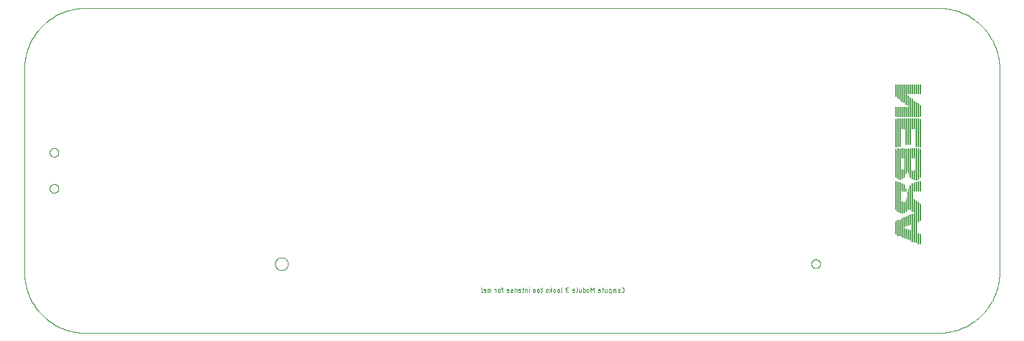
<source format=gbo>
G04 EAGLE Gerber RS-274X export*
G75*
%MOMM*%
%FSLAX34Y34*%
%LPD*%
%INBottom silk*%
%IPPOS*%
%AMOC8*
5,1,8,0,0,1.08239X$1,22.5*%
G01*
%ADD10C,0.000000*%
%ADD11R,0.084838X1.186181*%
%ADD12R,0.084838X1.353819*%
%ADD13R,0.084838X3.302000*%
%ADD14R,0.084838X3.385819*%
%ADD15R,0.084838X1.270000*%
%ADD16R,0.084838X2.115819*%
%ADD17R,0.084838X1.102363*%
%ADD18R,0.084581X1.186181*%
%ADD19R,0.084581X1.353819*%
%ADD20R,0.084581X3.472181*%
%ADD21R,0.084581X3.556000*%
%ADD22R,0.084581X1.270000*%
%ADD23R,0.084581X2.115819*%
%ADD24R,0.084581X1.524000*%
%ADD25R,0.084581X3.639819*%
%ADD26R,0.084581X2.286000*%
%ADD27R,0.084838X1.691638*%
%ADD28R,0.084838X3.556000*%
%ADD29R,0.084838X3.810000*%
%ADD30R,0.084838X2.372362*%
%ADD31R,0.084581X1.691638*%
%ADD32R,0.084581X3.893819*%
%ADD33R,0.084581X2.456181*%
%ADD34R,0.084581X1.778000*%
%ADD35R,0.084581X3.977638*%
%ADD36R,0.084581X2.540000*%
%ADD37R,0.084838X1.778000*%
%ADD38R,0.084838X3.977638*%
%ADD39R,0.084838X5.334000*%
%ADD40R,0.084581X1.861819*%
%ADD41R,0.084581X4.064000*%
%ADD42R,0.084581X5.247638*%
%ADD43R,0.084581X1.945638*%
%ADD44R,0.084581X5.334000*%
%ADD45R,0.084838X2.032000*%
%ADD46R,0.084838X1.610363*%
%ADD47R,0.084838X5.417819*%
%ADD48R,0.084581X1.183638*%
%ADD49R,0.084581X1.099819*%
%ADD50R,0.084838X2.199638*%
%ADD51R,0.084838X1.183638*%
%ADD52R,0.084838X1.099819*%
%ADD53R,0.084838X1.694181*%
%ADD54R,0.084838X3.639819*%
%ADD55R,0.084581X2.369819*%
%ADD56R,0.084838X2.369819*%
%ADD57R,0.084581X2.453638*%
%ADD58R,0.084581X3.302000*%
%ADD59R,0.084581X3.723638*%
%ADD60R,0.084581X3.131819*%
%ADD61R,0.084581X3.048000*%
%ADD62R,0.084581X1.356363*%
%ADD63R,0.084838X2.623819*%
%ADD64R,0.084838X3.469638*%
%ADD65R,0.084838X2.794000*%
%ADD66R,0.084581X2.626362*%
%ADD67R,0.084581X2.961638*%
%ADD68R,0.084838X2.286000*%
%ADD69R,0.084581X0.170181*%
%ADD70R,0.084581X1.694181*%
%ADD71R,0.084581X0.424181*%
%ADD72R,0.084838X0.678181*%
%ADD73R,0.084581X0.845819*%
%ADD74R,0.084581X0.932181*%
%ADD75R,0.084838X2.202181*%
%ADD76R,0.084838X0.932181*%
%ADD77R,0.084838X1.356363*%
%ADD78R,0.084838X2.456181*%
%ADD79R,0.084581X2.118362*%
%ADD80R,0.084581X1.016000*%
%ADD81R,0.084581X1.440181*%
%ADD82R,0.084838X1.524000*%
%ADD83R,0.084581X1.948181*%
%ADD84R,0.084581X3.810000*%
%ADD85R,0.084581X1.864363*%
%ADD86R,0.084581X3.896363*%
%ADD87R,0.084838X1.864363*%
%ADD88R,0.084838X3.893819*%
%ADD89R,0.084581X3.726181*%
%ADD90R,0.084581X1.607819*%
%ADD91R,0.084838X1.440181*%
%ADD92R,0.084838X1.607819*%
%ADD93C,0.050800*%


D10*
X76200Y0D02*
X1143000Y0D01*
X1219000Y76200D02*
X1219000Y330200D01*
X1143000Y406400D02*
X76200Y406400D01*
X0Y330200D02*
X0Y76200D01*
X22Y74359D01*
X89Y72519D01*
X200Y70680D01*
X356Y68846D01*
X556Y67015D01*
X800Y65190D01*
X1088Y63371D01*
X1420Y61560D01*
X1795Y59757D01*
X2214Y57964D01*
X2676Y56182D01*
X3182Y54411D01*
X3729Y52653D01*
X4320Y50909D01*
X4952Y49179D01*
X5625Y47465D01*
X6340Y45768D01*
X7096Y44089D01*
X7892Y42429D01*
X8728Y40788D01*
X9604Y39168D01*
X10518Y37570D01*
X11471Y35994D01*
X12461Y34441D01*
X13489Y32913D01*
X14553Y31411D01*
X15653Y29934D01*
X16789Y28485D01*
X17959Y27063D01*
X19163Y25670D01*
X20401Y24307D01*
X21671Y22973D01*
X22973Y21671D01*
X24307Y20401D01*
X25670Y19163D01*
X27063Y17959D01*
X28485Y16789D01*
X29934Y15653D01*
X31411Y14553D01*
X32913Y13489D01*
X34441Y12461D01*
X35994Y11471D01*
X37570Y10518D01*
X39168Y9604D01*
X40788Y8728D01*
X42429Y7892D01*
X44089Y7096D01*
X45768Y6340D01*
X47465Y5625D01*
X49179Y4952D01*
X50909Y4320D01*
X52653Y3729D01*
X54411Y3182D01*
X56182Y2676D01*
X57964Y2214D01*
X59757Y1795D01*
X61560Y1420D01*
X63371Y1088D01*
X65190Y800D01*
X67015Y556D01*
X68846Y356D01*
X70680Y200D01*
X72519Y89D01*
X74359Y22D01*
X76200Y0D01*
X0Y330200D02*
X22Y332041D01*
X89Y333881D01*
X200Y335720D01*
X356Y337554D01*
X556Y339385D01*
X800Y341210D01*
X1088Y343029D01*
X1420Y344840D01*
X1795Y346643D01*
X2214Y348436D01*
X2676Y350218D01*
X3182Y351989D01*
X3729Y353747D01*
X4320Y355491D01*
X4952Y357221D01*
X5625Y358935D01*
X6340Y360632D01*
X7096Y362311D01*
X7892Y363971D01*
X8728Y365612D01*
X9604Y367232D01*
X10518Y368830D01*
X11471Y370406D01*
X12461Y371959D01*
X13489Y373487D01*
X14553Y374989D01*
X15653Y376466D01*
X16789Y377915D01*
X17959Y379337D01*
X19163Y380730D01*
X20401Y382093D01*
X21671Y383427D01*
X22973Y384729D01*
X24307Y385999D01*
X25670Y387237D01*
X27063Y388441D01*
X28485Y389611D01*
X29934Y390747D01*
X31411Y391847D01*
X32913Y392911D01*
X34441Y393939D01*
X35994Y394929D01*
X37570Y395882D01*
X39168Y396796D01*
X40788Y397672D01*
X42429Y398508D01*
X44089Y399304D01*
X45768Y400060D01*
X47465Y400775D01*
X49179Y401448D01*
X50909Y402080D01*
X52653Y402671D01*
X54411Y403218D01*
X56182Y403724D01*
X57964Y404186D01*
X59757Y404605D01*
X61560Y404980D01*
X63371Y405312D01*
X65190Y405600D01*
X67015Y405844D01*
X68846Y406044D01*
X70680Y406200D01*
X72519Y406311D01*
X74359Y406378D01*
X76200Y406400D01*
X1143000Y406400D02*
X1144839Y406375D01*
X1146677Y406306D01*
X1148512Y406193D01*
X1150344Y406035D01*
X1152172Y405833D01*
X1153995Y405587D01*
X1155811Y405297D01*
X1157619Y404963D01*
X1159419Y404586D01*
X1161209Y404165D01*
X1162989Y403701D01*
X1164756Y403194D01*
X1166511Y402644D01*
X1168252Y402053D01*
X1169979Y401419D01*
X1171690Y400744D01*
X1173383Y400028D01*
X1175059Y399271D01*
X1176716Y398474D01*
X1178354Y397637D01*
X1179971Y396760D01*
X1181566Y395845D01*
X1183138Y394892D01*
X1184687Y393901D01*
X1186212Y392872D01*
X1187711Y391807D01*
X1189184Y390707D01*
X1190631Y389571D01*
X1192049Y388400D01*
X1193438Y387195D01*
X1194798Y385957D01*
X1196128Y384687D01*
X1197427Y383385D01*
X1198694Y382052D01*
X1199928Y380689D01*
X1201129Y379296D01*
X1202296Y377875D01*
X1203428Y376426D01*
X1204525Y374950D01*
X1205586Y373447D01*
X1206610Y371920D01*
X1207597Y370368D01*
X1208547Y368793D01*
X1209458Y367196D01*
X1210330Y365577D01*
X1211162Y363937D01*
X1211955Y362278D01*
X1212708Y360600D01*
X1213420Y358904D01*
X1214090Y357192D01*
X1214719Y355464D01*
X1215306Y353721D01*
X1215851Y351965D01*
X1216353Y350196D01*
X1216813Y348415D01*
X1217229Y346624D01*
X1217601Y344823D01*
X1217931Y343013D01*
X1218216Y341197D01*
X1218457Y339374D01*
X1218654Y337545D01*
X1218807Y335713D01*
X1218916Y333877D01*
X1218980Y332039D01*
X1219000Y330200D01*
X1219000Y76200D02*
X1218980Y74361D01*
X1218916Y72523D01*
X1218807Y70687D01*
X1218654Y68855D01*
X1218457Y67026D01*
X1218216Y65203D01*
X1217931Y63387D01*
X1217601Y61577D01*
X1217229Y59776D01*
X1216813Y57985D01*
X1216353Y56204D01*
X1215851Y54435D01*
X1215306Y52679D01*
X1214719Y50936D01*
X1214090Y49208D01*
X1213420Y47496D01*
X1212708Y45800D01*
X1211955Y44122D01*
X1211162Y42463D01*
X1210330Y40823D01*
X1209458Y39204D01*
X1208547Y37607D01*
X1207597Y36032D01*
X1206610Y34480D01*
X1205586Y32953D01*
X1204525Y31450D01*
X1203428Y29974D01*
X1202296Y28525D01*
X1201129Y27104D01*
X1199928Y25711D01*
X1198694Y24348D01*
X1197427Y23015D01*
X1196128Y21713D01*
X1194798Y20443D01*
X1193438Y19205D01*
X1192049Y18000D01*
X1190631Y16829D01*
X1189184Y15693D01*
X1187711Y14593D01*
X1186212Y13528D01*
X1184687Y12499D01*
X1183138Y11508D01*
X1181566Y10555D01*
X1179971Y9640D01*
X1178354Y8763D01*
X1176716Y7926D01*
X1175059Y7129D01*
X1173383Y6372D01*
X1171690Y5656D01*
X1169979Y4981D01*
X1168252Y4347D01*
X1166511Y3756D01*
X1164756Y3206D01*
X1162989Y2699D01*
X1161209Y2235D01*
X1159419Y1814D01*
X1157619Y1437D01*
X1155811Y1103D01*
X1153995Y813D01*
X1152172Y567D01*
X1150344Y365D01*
X1148512Y207D01*
X1146677Y94D01*
X1144839Y25D01*
X1143000Y0D01*
D11*
X1121855Y304403D03*
D12*
X1121855Y277301D03*
D13*
X1121855Y249780D03*
D14*
X1121855Y212963D03*
D15*
X1121855Y182902D03*
D16*
X1121855Y150733D03*
D17*
X1121855Y116862D03*
D18*
X1121008Y304403D03*
D19*
X1121008Y277301D03*
D20*
X1121008Y249793D03*
D21*
X1121008Y212112D03*
D22*
X1121008Y182902D03*
D23*
X1121008Y150733D03*
D22*
X1121008Y116862D03*
D18*
X1120162Y304403D03*
D24*
X1120162Y277313D03*
D20*
X1120162Y249793D03*
D25*
X1120162Y211693D03*
D22*
X1120162Y182902D03*
D26*
X1120162Y150720D03*
D22*
X1120162Y116862D03*
D11*
X1119315Y304403D03*
D27*
X1119315Y278152D03*
D28*
X1119315Y250212D03*
D29*
X1119315Y211680D03*
D15*
X1119315Y182902D03*
D30*
X1119315Y151152D03*
D12*
X1119315Y117281D03*
D18*
X1118468Y304403D03*
D31*
X1118468Y278152D03*
D21*
X1118468Y250212D03*
D32*
X1118468Y211261D03*
D22*
X1118468Y182902D03*
D33*
X1118468Y150733D03*
D19*
X1118468Y117281D03*
D18*
X1117622Y304403D03*
D34*
X1117622Y278583D03*
D21*
X1117622Y250212D03*
D35*
X1117622Y210842D03*
D22*
X1117622Y182902D03*
D36*
X1117622Y151152D03*
D19*
X1117622Y117281D03*
D11*
X1116775Y304403D03*
D37*
X1116775Y278583D03*
D28*
X1116775Y250212D03*
D38*
X1116775Y210842D03*
D15*
X1116775Y182902D03*
D39*
X1116775Y138020D03*
D18*
X1115928Y304403D03*
D40*
X1115928Y279003D03*
D21*
X1115928Y250212D03*
D41*
X1115928Y210410D03*
D18*
X1115928Y182483D03*
D42*
X1115928Y138452D03*
D18*
X1115082Y304403D03*
D43*
X1115082Y279422D03*
D21*
X1115082Y250212D03*
D41*
X1115082Y210410D03*
D18*
X1115082Y182483D03*
D44*
X1115082Y138883D03*
D11*
X1114235Y304403D03*
D45*
X1114235Y279853D03*
D12*
X1114235Y261223D03*
D15*
X1114235Y224380D03*
D46*
X1114235Y198142D03*
D11*
X1114235Y182483D03*
D47*
X1114235Y139303D03*
D18*
X1113388Y304403D03*
D23*
X1113388Y280273D03*
D19*
X1113388Y261223D03*
D22*
X1113388Y224380D03*
X1113388Y197303D03*
D18*
X1113388Y182483D03*
D44*
X1113388Y139722D03*
D18*
X1112542Y304403D03*
D23*
X1112542Y280273D03*
D19*
X1112542Y261223D03*
D22*
X1112542Y224380D03*
D48*
X1112542Y196872D03*
D49*
X1112542Y182051D03*
D31*
X1112542Y158772D03*
D25*
X1112542Y131251D03*
D11*
X1111695Y304403D03*
D50*
X1111695Y280692D03*
D12*
X1111695Y261223D03*
D15*
X1111695Y224380D03*
D51*
X1111695Y196872D03*
D52*
X1111695Y182051D03*
D53*
X1111695Y159623D03*
D54*
X1111695Y131251D03*
D18*
X1110848Y304403D03*
D26*
X1110848Y281123D03*
D19*
X1110848Y261223D03*
D22*
X1110848Y224380D03*
D49*
X1110848Y197291D03*
D21*
X1110848Y168932D03*
D20*
X1110848Y131251D03*
D18*
X1110002Y304403D03*
D55*
X1110002Y281543D03*
D19*
X1110002Y261223D03*
D22*
X1110002Y224380D03*
D18*
X1110002Y197723D03*
D20*
X1110002Y169351D03*
X1110002Y131251D03*
D11*
X1109155Y304403D03*
D56*
X1109155Y281543D03*
D13*
X1109155Y251482D03*
D15*
X1109155Y224380D03*
D11*
X1109155Y198561D03*
D13*
X1109155Y169363D03*
D15*
X1109155Y141423D03*
X1109155Y121103D03*
D18*
X1108308Y304403D03*
D57*
X1108308Y281962D03*
D58*
X1108308Y251482D03*
D59*
X1108308Y212112D03*
D60*
X1108308Y169351D03*
D22*
X1108308Y141423D03*
D19*
X1108308Y121523D03*
D18*
X1107462Y304403D03*
D36*
X1107462Y282393D03*
D58*
X1107462Y251482D03*
D25*
X1107462Y212531D03*
D61*
X1107462Y168932D03*
D62*
X1107462Y140992D03*
D22*
X1107462Y121942D03*
D11*
X1106615Y304403D03*
D63*
X1106615Y282813D03*
D13*
X1106615Y251482D03*
D64*
X1106615Y213382D03*
D65*
X1106615Y168500D03*
D15*
X1106615Y140560D03*
X1106615Y121942D03*
D18*
X1105768Y304403D03*
D19*
X1105768Y290001D03*
D22*
X1105768Y276043D03*
D58*
X1105768Y251482D03*
X1105768Y214220D03*
D66*
X1105768Y167662D03*
D22*
X1105768Y140560D03*
X1105768Y122780D03*
D18*
X1104922Y304403D03*
D22*
X1104922Y290420D03*
X1104922Y276043D03*
D58*
X1104922Y251482D03*
D67*
X1104922Y215922D03*
D57*
X1104922Y165122D03*
D22*
X1104922Y139722D03*
X1104922Y122780D03*
D11*
X1104075Y304403D03*
D15*
X1104075Y291283D03*
X1104075Y276043D03*
D13*
X1104075Y251482D03*
D65*
X1104075Y216760D03*
D68*
X1104075Y163420D03*
D15*
X1104075Y139722D03*
X1104075Y122780D03*
D36*
X1103228Y297633D03*
D22*
X1103228Y276043D03*
D58*
X1103228Y251482D03*
D60*
X1103228Y215071D03*
D69*
X1103228Y178241D03*
D70*
X1103228Y159623D03*
D18*
X1103228Y139303D03*
D22*
X1103228Y123643D03*
D33*
X1102382Y298053D03*
D22*
X1102382Y276043D03*
D58*
X1102382Y251482D03*
X1102382Y214220D03*
D71*
X1102382Y178673D03*
D19*
X1102382Y157921D03*
D22*
X1102382Y138883D03*
X1102382Y123643D03*
D30*
X1101535Y298472D03*
D15*
X1101535Y276043D03*
D13*
X1101535Y251482D03*
D64*
X1101535Y213382D03*
D72*
X1101535Y179943D03*
D12*
X1101535Y157083D03*
D51*
X1101535Y138452D03*
D15*
X1101535Y123643D03*
D26*
X1100688Y298903D03*
D22*
X1100688Y276043D03*
D19*
X1100688Y261223D03*
D25*
X1100688Y212531D03*
D73*
X1100688Y180781D03*
D62*
X1100688Y156232D03*
D22*
X1100688Y138020D03*
X1100688Y124482D03*
D26*
X1099842Y298903D03*
D22*
X1099842Y276043D03*
D19*
X1099842Y261223D03*
D22*
X1099842Y224380D03*
D49*
X1099842Y198993D03*
D74*
X1099842Y181213D03*
D62*
X1099842Y156232D03*
D22*
X1099842Y138020D03*
D18*
X1099842Y124901D03*
D75*
X1098995Y299323D03*
D15*
X1098995Y276043D03*
D12*
X1098995Y261223D03*
D15*
X1098995Y224380D03*
D11*
X1098995Y198561D03*
D76*
X1098995Y181213D03*
D77*
X1098995Y156232D03*
D78*
X1098995Y131251D03*
D79*
X1098148Y299742D03*
D22*
X1098148Y276043D03*
D19*
X1098148Y261223D03*
D22*
X1098148Y224380D03*
D18*
X1098148Y198561D03*
D80*
X1098148Y181632D03*
D81*
X1098148Y156651D03*
D33*
X1098148Y131251D03*
D79*
X1097302Y299742D03*
D22*
X1097302Y276043D03*
D19*
X1097302Y261223D03*
D22*
X1097302Y224380D03*
X1097302Y198142D03*
D80*
X1097302Y181632D03*
D24*
X1097302Y157070D03*
D26*
X1097302Y131263D03*
D45*
X1096455Y300173D03*
D15*
X1096455Y276043D03*
D12*
X1096455Y261223D03*
D15*
X1096455Y224380D03*
D82*
X1096455Y199412D03*
D29*
X1096455Y168500D03*
D68*
X1096455Y131263D03*
D83*
X1095608Y300593D03*
D22*
X1095608Y276043D03*
D21*
X1095608Y250212D03*
D35*
X1095608Y210842D03*
D84*
X1095608Y168500D03*
D23*
X1095608Y131251D03*
D85*
X1094762Y301012D03*
D22*
X1094762Y276043D03*
D21*
X1094762Y250212D03*
D35*
X1094762Y210842D03*
D86*
X1094762Y168932D03*
D23*
X1094762Y131251D03*
D87*
X1093915Y301012D03*
D15*
X1093915Y276043D03*
D28*
X1093915Y250212D03*
D88*
X1093915Y211261D03*
D29*
X1093915Y169363D03*
D16*
X1093915Y131251D03*
D34*
X1093068Y301443D03*
D22*
X1093068Y276043D03*
D21*
X1093068Y250212D03*
D32*
X1093068Y211261D03*
D84*
X1093068Y169363D03*
D83*
X1093068Y131251D03*
D70*
X1092222Y301863D03*
D22*
X1092222Y276043D03*
D21*
X1092222Y250212D03*
D84*
X1092222Y211680D03*
X1092222Y170202D03*
D83*
X1092222Y131251D03*
D46*
X1091375Y302282D03*
D15*
X1091375Y276043D03*
D28*
X1091375Y250212D03*
D29*
X1091375Y211680D03*
X1091375Y170202D03*
D37*
X1091375Y131263D03*
D24*
X1090528Y302713D03*
D22*
X1090528Y276043D03*
D20*
X1090528Y249793D03*
D25*
X1090528Y211693D03*
D89*
X1090528Y170621D03*
D34*
X1090528Y131263D03*
D24*
X1089682Y302713D03*
D18*
X1089682Y276463D03*
D20*
X1089682Y249793D03*
D21*
X1089682Y212112D03*
X1089682Y171472D03*
D90*
X1089682Y131251D03*
D91*
X1088835Y303133D03*
D11*
X1088835Y276463D03*
D13*
X1088835Y249780D03*
D14*
X1088835Y212963D03*
X1088835Y172323D03*
D92*
X1088835Y131251D03*
D93*
X747893Y51054D02*
X746651Y51054D01*
X747893Y51054D02*
X747963Y51056D01*
X748032Y51062D01*
X748101Y51072D01*
X748169Y51085D01*
X748237Y51103D01*
X748303Y51124D01*
X748368Y51149D01*
X748432Y51177D01*
X748494Y51209D01*
X748554Y51244D01*
X748612Y51283D01*
X748667Y51325D01*
X748721Y51370D01*
X748771Y51418D01*
X748819Y51468D01*
X748864Y51522D01*
X748906Y51577D01*
X748945Y51635D01*
X748980Y51695D01*
X749012Y51757D01*
X749040Y51821D01*
X749065Y51886D01*
X749086Y51952D01*
X749104Y52020D01*
X749117Y52088D01*
X749127Y52157D01*
X749133Y52226D01*
X749135Y52296D01*
X749135Y55400D01*
X749133Y55470D01*
X749127Y55539D01*
X749117Y55608D01*
X749104Y55676D01*
X749086Y55744D01*
X749065Y55810D01*
X749040Y55875D01*
X749012Y55939D01*
X748980Y56001D01*
X748945Y56061D01*
X748906Y56119D01*
X748864Y56174D01*
X748819Y56228D01*
X748771Y56278D01*
X748721Y56326D01*
X748667Y56371D01*
X748612Y56413D01*
X748554Y56452D01*
X748494Y56487D01*
X748432Y56519D01*
X748368Y56547D01*
X748303Y56572D01*
X748237Y56593D01*
X748169Y56611D01*
X748101Y56624D01*
X748032Y56634D01*
X747963Y56640D01*
X747893Y56642D01*
X746651Y56642D01*
X744602Y53538D02*
X744602Y52296D01*
X744602Y53538D02*
X744600Y53608D01*
X744594Y53677D01*
X744584Y53746D01*
X744571Y53814D01*
X744553Y53882D01*
X744532Y53948D01*
X744507Y54013D01*
X744479Y54077D01*
X744447Y54139D01*
X744412Y54199D01*
X744373Y54257D01*
X744331Y54312D01*
X744286Y54366D01*
X744238Y54416D01*
X744188Y54464D01*
X744134Y54509D01*
X744079Y54551D01*
X744021Y54590D01*
X743961Y54625D01*
X743899Y54657D01*
X743835Y54685D01*
X743770Y54710D01*
X743704Y54731D01*
X743636Y54749D01*
X743568Y54762D01*
X743499Y54772D01*
X743430Y54778D01*
X743360Y54780D01*
X743290Y54778D01*
X743221Y54772D01*
X743152Y54762D01*
X743084Y54749D01*
X743016Y54731D01*
X742950Y54710D01*
X742885Y54685D01*
X742821Y54657D01*
X742759Y54625D01*
X742699Y54590D01*
X742641Y54551D01*
X742586Y54509D01*
X742532Y54464D01*
X742482Y54416D01*
X742434Y54366D01*
X742389Y54312D01*
X742347Y54257D01*
X742308Y54199D01*
X742273Y54139D01*
X742241Y54077D01*
X742213Y54013D01*
X742188Y53948D01*
X742167Y53882D01*
X742149Y53814D01*
X742136Y53746D01*
X742126Y53677D01*
X742120Y53608D01*
X742118Y53538D01*
X742119Y53538D02*
X742119Y52296D01*
X742118Y52296D02*
X742120Y52226D01*
X742126Y52157D01*
X742136Y52088D01*
X742149Y52020D01*
X742167Y51952D01*
X742188Y51886D01*
X742213Y51821D01*
X742241Y51757D01*
X742273Y51695D01*
X742308Y51635D01*
X742347Y51577D01*
X742389Y51522D01*
X742434Y51468D01*
X742482Y51418D01*
X742532Y51370D01*
X742586Y51325D01*
X742641Y51283D01*
X742699Y51244D01*
X742759Y51209D01*
X742821Y51177D01*
X742885Y51149D01*
X742950Y51124D01*
X743016Y51103D01*
X743084Y51085D01*
X743152Y51072D01*
X743221Y51062D01*
X743290Y51056D01*
X743360Y51054D01*
X743430Y51056D01*
X743499Y51062D01*
X743568Y51072D01*
X743636Y51085D01*
X743704Y51103D01*
X743770Y51124D01*
X743835Y51149D01*
X743899Y51177D01*
X743961Y51209D01*
X744021Y51244D01*
X744079Y51283D01*
X744134Y51325D01*
X744188Y51370D01*
X744238Y51418D01*
X744286Y51468D01*
X744331Y51522D01*
X744373Y51577D01*
X744412Y51635D01*
X744447Y51695D01*
X744479Y51757D01*
X744507Y51821D01*
X744532Y51886D01*
X744553Y51952D01*
X744571Y52020D01*
X744584Y52088D01*
X744594Y52157D01*
X744600Y52226D01*
X744602Y52296D01*
X739554Y51054D02*
X739554Y54779D01*
X736760Y54779D01*
X736702Y54777D01*
X736643Y54772D01*
X736586Y54763D01*
X736528Y54750D01*
X736472Y54733D01*
X736417Y54714D01*
X736364Y54690D01*
X736311Y54664D01*
X736261Y54634D01*
X736213Y54601D01*
X736167Y54565D01*
X736123Y54527D01*
X736081Y54485D01*
X736043Y54441D01*
X736007Y54395D01*
X735974Y54347D01*
X735944Y54297D01*
X735918Y54244D01*
X735894Y54191D01*
X735875Y54136D01*
X735858Y54080D01*
X735845Y54022D01*
X735836Y53965D01*
X735831Y53906D01*
X735829Y53848D01*
X735828Y53848D02*
X735828Y51054D01*
X737691Y51054D02*
X737691Y54779D01*
X733052Y54779D02*
X733052Y49191D01*
X733052Y54779D02*
X731500Y54779D01*
X731442Y54777D01*
X731383Y54772D01*
X731326Y54763D01*
X731268Y54750D01*
X731212Y54733D01*
X731157Y54714D01*
X731104Y54690D01*
X731051Y54664D01*
X731001Y54634D01*
X730953Y54601D01*
X730907Y54565D01*
X730863Y54527D01*
X730821Y54485D01*
X730783Y54441D01*
X730747Y54395D01*
X730714Y54347D01*
X730684Y54297D01*
X730658Y54244D01*
X730634Y54191D01*
X730615Y54136D01*
X730598Y54080D01*
X730585Y54022D01*
X730576Y53965D01*
X730571Y53906D01*
X730569Y53848D01*
X730568Y53848D02*
X730568Y51985D01*
X730569Y51985D02*
X730571Y51927D01*
X730576Y51868D01*
X730585Y51811D01*
X730598Y51753D01*
X730615Y51697D01*
X730634Y51642D01*
X730658Y51589D01*
X730684Y51536D01*
X730714Y51486D01*
X730747Y51438D01*
X730783Y51392D01*
X730821Y51348D01*
X730863Y51306D01*
X730907Y51268D01*
X730953Y51232D01*
X731001Y51199D01*
X731051Y51169D01*
X731104Y51143D01*
X731157Y51119D01*
X731212Y51100D01*
X731268Y51083D01*
X731326Y51070D01*
X731383Y51061D01*
X731442Y51056D01*
X731500Y51054D01*
X733052Y51054D01*
X728143Y51985D02*
X728143Y54779D01*
X728143Y51985D02*
X728141Y51927D01*
X728136Y51868D01*
X728127Y51811D01*
X728114Y51753D01*
X728097Y51697D01*
X728078Y51642D01*
X728054Y51589D01*
X728028Y51536D01*
X727998Y51486D01*
X727965Y51438D01*
X727929Y51392D01*
X727891Y51348D01*
X727849Y51306D01*
X727805Y51268D01*
X727759Y51232D01*
X727711Y51199D01*
X727661Y51169D01*
X727608Y51143D01*
X727555Y51119D01*
X727500Y51100D01*
X727444Y51083D01*
X727386Y51070D01*
X727329Y51061D01*
X727270Y51056D01*
X727212Y51054D01*
X725659Y51054D01*
X725659Y54779D01*
X723672Y54779D02*
X721809Y54779D01*
X723051Y56642D02*
X723051Y51985D01*
X723050Y51985D02*
X723048Y51927D01*
X723043Y51868D01*
X723034Y51811D01*
X723021Y51753D01*
X723004Y51697D01*
X722985Y51642D01*
X722961Y51589D01*
X722935Y51536D01*
X722905Y51486D01*
X722872Y51438D01*
X722836Y51392D01*
X722798Y51348D01*
X722756Y51306D01*
X722712Y51268D01*
X722666Y51232D01*
X722618Y51199D01*
X722568Y51169D01*
X722515Y51143D01*
X722462Y51119D01*
X722407Y51100D01*
X722351Y51083D01*
X722293Y51070D01*
X722236Y51061D01*
X722177Y51056D01*
X722119Y51054D01*
X721809Y51054D01*
X718799Y51054D02*
X717247Y51054D01*
X718799Y51054D02*
X718857Y51056D01*
X718916Y51061D01*
X718973Y51070D01*
X719031Y51083D01*
X719087Y51100D01*
X719142Y51119D01*
X719195Y51143D01*
X719248Y51169D01*
X719298Y51199D01*
X719346Y51232D01*
X719392Y51268D01*
X719436Y51306D01*
X719478Y51348D01*
X719516Y51392D01*
X719552Y51438D01*
X719585Y51486D01*
X719615Y51536D01*
X719641Y51589D01*
X719665Y51642D01*
X719684Y51697D01*
X719701Y51753D01*
X719714Y51811D01*
X719723Y51868D01*
X719728Y51927D01*
X719730Y51985D01*
X719731Y51985D02*
X719731Y53538D01*
X719729Y53608D01*
X719723Y53677D01*
X719713Y53746D01*
X719700Y53814D01*
X719682Y53882D01*
X719661Y53948D01*
X719636Y54013D01*
X719608Y54077D01*
X719576Y54139D01*
X719541Y54199D01*
X719502Y54257D01*
X719460Y54312D01*
X719415Y54366D01*
X719367Y54416D01*
X719317Y54464D01*
X719263Y54509D01*
X719208Y54551D01*
X719150Y54590D01*
X719090Y54625D01*
X719028Y54657D01*
X718964Y54685D01*
X718899Y54710D01*
X718833Y54731D01*
X718765Y54749D01*
X718697Y54762D01*
X718628Y54772D01*
X718559Y54778D01*
X718489Y54780D01*
X718419Y54778D01*
X718350Y54772D01*
X718281Y54762D01*
X718213Y54749D01*
X718145Y54731D01*
X718079Y54710D01*
X718014Y54685D01*
X717950Y54657D01*
X717888Y54625D01*
X717828Y54590D01*
X717770Y54551D01*
X717715Y54509D01*
X717661Y54464D01*
X717611Y54416D01*
X717563Y54366D01*
X717518Y54312D01*
X717476Y54257D01*
X717437Y54199D01*
X717402Y54139D01*
X717370Y54077D01*
X717342Y54013D01*
X717317Y53948D01*
X717296Y53882D01*
X717278Y53814D01*
X717265Y53746D01*
X717255Y53677D01*
X717249Y53608D01*
X717247Y53538D01*
X717247Y52917D01*
X719731Y52917D01*
X711756Y51054D02*
X711756Y56642D01*
X709893Y53538D01*
X708031Y56642D01*
X708031Y51054D01*
X705466Y52296D02*
X705466Y53538D01*
X705464Y53608D01*
X705458Y53677D01*
X705448Y53746D01*
X705435Y53814D01*
X705417Y53882D01*
X705396Y53948D01*
X705371Y54013D01*
X705343Y54077D01*
X705311Y54139D01*
X705276Y54199D01*
X705237Y54257D01*
X705195Y54312D01*
X705150Y54366D01*
X705102Y54416D01*
X705052Y54464D01*
X704998Y54509D01*
X704943Y54551D01*
X704885Y54590D01*
X704825Y54625D01*
X704763Y54657D01*
X704699Y54685D01*
X704634Y54710D01*
X704568Y54731D01*
X704500Y54749D01*
X704432Y54762D01*
X704363Y54772D01*
X704294Y54778D01*
X704224Y54780D01*
X704154Y54778D01*
X704085Y54772D01*
X704016Y54762D01*
X703948Y54749D01*
X703880Y54731D01*
X703814Y54710D01*
X703749Y54685D01*
X703685Y54657D01*
X703623Y54625D01*
X703563Y54590D01*
X703505Y54551D01*
X703450Y54509D01*
X703396Y54464D01*
X703346Y54416D01*
X703298Y54366D01*
X703253Y54312D01*
X703211Y54257D01*
X703172Y54199D01*
X703137Y54139D01*
X703105Y54077D01*
X703077Y54013D01*
X703052Y53948D01*
X703031Y53882D01*
X703013Y53814D01*
X703000Y53746D01*
X702990Y53677D01*
X702984Y53608D01*
X702982Y53538D01*
X702982Y52296D01*
X702984Y52226D01*
X702990Y52157D01*
X703000Y52088D01*
X703013Y52020D01*
X703031Y51952D01*
X703052Y51886D01*
X703077Y51821D01*
X703105Y51757D01*
X703137Y51695D01*
X703172Y51635D01*
X703211Y51577D01*
X703253Y51522D01*
X703298Y51468D01*
X703346Y51418D01*
X703396Y51370D01*
X703450Y51325D01*
X703505Y51283D01*
X703563Y51244D01*
X703623Y51209D01*
X703685Y51177D01*
X703749Y51149D01*
X703814Y51124D01*
X703880Y51103D01*
X703948Y51085D01*
X704016Y51072D01*
X704085Y51062D01*
X704154Y51056D01*
X704224Y51054D01*
X704294Y51056D01*
X704363Y51062D01*
X704432Y51072D01*
X704500Y51085D01*
X704568Y51103D01*
X704634Y51124D01*
X704699Y51149D01*
X704763Y51177D01*
X704825Y51209D01*
X704885Y51244D01*
X704943Y51283D01*
X704998Y51325D01*
X705052Y51370D01*
X705102Y51418D01*
X705150Y51468D01*
X705195Y51522D01*
X705237Y51577D01*
X705276Y51635D01*
X705311Y51695D01*
X705343Y51757D01*
X705371Y51821D01*
X705396Y51886D01*
X705417Y51952D01*
X705435Y52020D01*
X705448Y52088D01*
X705458Y52157D01*
X705464Y52226D01*
X705466Y52296D01*
X698256Y51054D02*
X698256Y56642D01*
X698256Y51054D02*
X699809Y51054D01*
X699867Y51056D01*
X699926Y51061D01*
X699983Y51070D01*
X700041Y51083D01*
X700097Y51100D01*
X700152Y51119D01*
X700205Y51143D01*
X700258Y51169D01*
X700308Y51199D01*
X700356Y51232D01*
X700402Y51268D01*
X700446Y51306D01*
X700488Y51348D01*
X700526Y51392D01*
X700562Y51438D01*
X700595Y51486D01*
X700625Y51536D01*
X700651Y51589D01*
X700675Y51642D01*
X700694Y51697D01*
X700711Y51753D01*
X700724Y51811D01*
X700733Y51868D01*
X700738Y51927D01*
X700740Y51985D01*
X700740Y53848D01*
X700738Y53906D01*
X700733Y53965D01*
X700724Y54022D01*
X700711Y54080D01*
X700694Y54136D01*
X700675Y54191D01*
X700651Y54244D01*
X700625Y54297D01*
X700595Y54347D01*
X700562Y54395D01*
X700526Y54441D01*
X700488Y54485D01*
X700446Y54527D01*
X700402Y54565D01*
X700356Y54601D01*
X700308Y54634D01*
X700258Y54664D01*
X700205Y54690D01*
X700152Y54714D01*
X700097Y54733D01*
X700041Y54750D01*
X699983Y54763D01*
X699926Y54772D01*
X699867Y54777D01*
X699809Y54779D01*
X698256Y54779D01*
X695591Y54779D02*
X695591Y51985D01*
X695590Y51985D02*
X695588Y51927D01*
X695583Y51868D01*
X695574Y51811D01*
X695561Y51753D01*
X695544Y51697D01*
X695525Y51642D01*
X695501Y51589D01*
X695475Y51536D01*
X695445Y51486D01*
X695412Y51438D01*
X695376Y51392D01*
X695338Y51348D01*
X695296Y51306D01*
X695252Y51268D01*
X695206Y51232D01*
X695158Y51199D01*
X695108Y51169D01*
X695055Y51143D01*
X695002Y51119D01*
X694947Y51100D01*
X694891Y51083D01*
X694833Y51070D01*
X694776Y51061D01*
X694717Y51056D01*
X694659Y51054D01*
X693107Y51054D01*
X693107Y54779D01*
X690583Y56642D02*
X690583Y51985D01*
X690581Y51927D01*
X690576Y51868D01*
X690567Y51811D01*
X690554Y51753D01*
X690537Y51697D01*
X690518Y51642D01*
X690494Y51589D01*
X690468Y51536D01*
X690438Y51486D01*
X690405Y51438D01*
X690369Y51392D01*
X690331Y51348D01*
X690289Y51306D01*
X690245Y51268D01*
X690199Y51232D01*
X690151Y51199D01*
X690101Y51169D01*
X690048Y51143D01*
X689995Y51119D01*
X689940Y51100D01*
X689884Y51083D01*
X689826Y51070D01*
X689769Y51061D01*
X689710Y51056D01*
X689652Y51054D01*
X686795Y51054D02*
X685243Y51054D01*
X686795Y51054D02*
X686853Y51056D01*
X686912Y51061D01*
X686969Y51070D01*
X687027Y51083D01*
X687083Y51100D01*
X687138Y51119D01*
X687191Y51143D01*
X687244Y51169D01*
X687294Y51199D01*
X687342Y51232D01*
X687388Y51268D01*
X687432Y51306D01*
X687474Y51348D01*
X687512Y51392D01*
X687548Y51438D01*
X687581Y51486D01*
X687611Y51536D01*
X687637Y51589D01*
X687661Y51642D01*
X687680Y51697D01*
X687697Y51753D01*
X687710Y51811D01*
X687719Y51868D01*
X687724Y51927D01*
X687726Y51985D01*
X687727Y51985D02*
X687727Y53538D01*
X687725Y53608D01*
X687719Y53677D01*
X687709Y53746D01*
X687696Y53814D01*
X687678Y53882D01*
X687657Y53948D01*
X687632Y54013D01*
X687604Y54077D01*
X687572Y54139D01*
X687537Y54199D01*
X687498Y54257D01*
X687456Y54312D01*
X687411Y54366D01*
X687363Y54416D01*
X687313Y54464D01*
X687259Y54509D01*
X687204Y54551D01*
X687146Y54590D01*
X687086Y54625D01*
X687024Y54657D01*
X686960Y54685D01*
X686895Y54710D01*
X686829Y54731D01*
X686761Y54749D01*
X686693Y54762D01*
X686624Y54772D01*
X686555Y54778D01*
X686485Y54780D01*
X686415Y54778D01*
X686346Y54772D01*
X686277Y54762D01*
X686209Y54749D01*
X686141Y54731D01*
X686075Y54710D01*
X686010Y54685D01*
X685946Y54657D01*
X685884Y54625D01*
X685824Y54590D01*
X685766Y54551D01*
X685711Y54509D01*
X685657Y54464D01*
X685607Y54416D01*
X685559Y54366D01*
X685514Y54312D01*
X685472Y54257D01*
X685433Y54199D01*
X685398Y54139D01*
X685366Y54077D01*
X685338Y54013D01*
X685313Y53948D01*
X685292Y53882D01*
X685274Y53814D01*
X685261Y53746D01*
X685251Y53677D01*
X685245Y53608D01*
X685243Y53538D01*
X685243Y52917D01*
X687727Y52917D01*
X679991Y51054D02*
X678438Y51054D01*
X678361Y51056D01*
X678283Y51062D01*
X678207Y51071D01*
X678130Y51085D01*
X678055Y51102D01*
X677981Y51123D01*
X677907Y51148D01*
X677835Y51176D01*
X677765Y51208D01*
X677696Y51243D01*
X677629Y51282D01*
X677564Y51324D01*
X677501Y51369D01*
X677440Y51417D01*
X677382Y51468D01*
X677327Y51522D01*
X677274Y51579D01*
X677225Y51638D01*
X677178Y51700D01*
X677134Y51764D01*
X677094Y51830D01*
X677057Y51898D01*
X677023Y51968D01*
X676993Y52039D01*
X676967Y52112D01*
X676944Y52186D01*
X676925Y52261D01*
X676910Y52336D01*
X676898Y52413D01*
X676890Y52490D01*
X676886Y52567D01*
X676886Y52645D01*
X676890Y52722D01*
X676898Y52799D01*
X676910Y52876D01*
X676925Y52951D01*
X676944Y53026D01*
X676967Y53100D01*
X676993Y53173D01*
X677023Y53244D01*
X677057Y53314D01*
X677094Y53382D01*
X677134Y53448D01*
X677178Y53512D01*
X677225Y53574D01*
X677274Y53633D01*
X677327Y53690D01*
X677382Y53744D01*
X677440Y53795D01*
X677501Y53843D01*
X677564Y53888D01*
X677629Y53930D01*
X677696Y53969D01*
X677765Y54004D01*
X677835Y54036D01*
X677907Y54064D01*
X677981Y54089D01*
X678055Y54110D01*
X678130Y54127D01*
X678207Y54141D01*
X678283Y54150D01*
X678361Y54156D01*
X678438Y54158D01*
X678128Y56642D02*
X679991Y56642D01*
X678128Y56642D02*
X678058Y56640D01*
X677989Y56634D01*
X677920Y56624D01*
X677852Y56611D01*
X677784Y56593D01*
X677718Y56572D01*
X677653Y56547D01*
X677589Y56519D01*
X677527Y56487D01*
X677467Y56452D01*
X677409Y56413D01*
X677354Y56371D01*
X677300Y56326D01*
X677250Y56278D01*
X677202Y56228D01*
X677157Y56174D01*
X677115Y56119D01*
X677076Y56061D01*
X677041Y56001D01*
X677009Y55939D01*
X676981Y55875D01*
X676956Y55810D01*
X676935Y55744D01*
X676917Y55676D01*
X676904Y55608D01*
X676894Y55539D01*
X676888Y55470D01*
X676886Y55400D01*
X676888Y55330D01*
X676894Y55261D01*
X676904Y55192D01*
X676917Y55124D01*
X676935Y55056D01*
X676956Y54990D01*
X676981Y54925D01*
X677009Y54861D01*
X677041Y54799D01*
X677076Y54739D01*
X677115Y54681D01*
X677157Y54626D01*
X677202Y54572D01*
X677250Y54522D01*
X677300Y54474D01*
X677354Y54429D01*
X677409Y54387D01*
X677467Y54348D01*
X677527Y54313D01*
X677589Y54281D01*
X677653Y54253D01*
X677718Y54228D01*
X677784Y54207D01*
X677852Y54189D01*
X677920Y54176D01*
X677989Y54166D01*
X678058Y54160D01*
X678128Y54158D01*
X679370Y54158D01*
X671564Y51985D02*
X671564Y56642D01*
X671564Y51985D02*
X671562Y51927D01*
X671557Y51868D01*
X671548Y51811D01*
X671535Y51753D01*
X671518Y51697D01*
X671499Y51642D01*
X671475Y51589D01*
X671449Y51536D01*
X671419Y51486D01*
X671386Y51438D01*
X671350Y51392D01*
X671312Y51348D01*
X671270Y51306D01*
X671226Y51268D01*
X671180Y51232D01*
X671132Y51199D01*
X671082Y51169D01*
X671029Y51143D01*
X670976Y51119D01*
X670921Y51100D01*
X670865Y51083D01*
X670807Y51070D01*
X670750Y51061D01*
X670691Y51056D01*
X670633Y51054D01*
X668707Y52296D02*
X668707Y53538D01*
X668708Y53538D02*
X668706Y53608D01*
X668700Y53677D01*
X668690Y53746D01*
X668677Y53814D01*
X668659Y53882D01*
X668638Y53948D01*
X668613Y54013D01*
X668585Y54077D01*
X668553Y54139D01*
X668518Y54199D01*
X668479Y54257D01*
X668437Y54312D01*
X668392Y54366D01*
X668344Y54416D01*
X668294Y54464D01*
X668240Y54509D01*
X668185Y54551D01*
X668127Y54590D01*
X668067Y54625D01*
X668005Y54657D01*
X667941Y54685D01*
X667876Y54710D01*
X667810Y54731D01*
X667742Y54749D01*
X667674Y54762D01*
X667605Y54772D01*
X667536Y54778D01*
X667466Y54780D01*
X667396Y54778D01*
X667327Y54772D01*
X667258Y54762D01*
X667190Y54749D01*
X667122Y54731D01*
X667056Y54710D01*
X666991Y54685D01*
X666927Y54657D01*
X666865Y54625D01*
X666805Y54590D01*
X666747Y54551D01*
X666692Y54509D01*
X666638Y54464D01*
X666588Y54416D01*
X666540Y54366D01*
X666495Y54312D01*
X666453Y54257D01*
X666414Y54199D01*
X666379Y54139D01*
X666347Y54077D01*
X666319Y54013D01*
X666294Y53948D01*
X666273Y53882D01*
X666255Y53814D01*
X666242Y53746D01*
X666232Y53677D01*
X666226Y53608D01*
X666224Y53538D01*
X666224Y52296D01*
X666226Y52226D01*
X666232Y52157D01*
X666242Y52088D01*
X666255Y52020D01*
X666273Y51952D01*
X666294Y51886D01*
X666319Y51821D01*
X666347Y51757D01*
X666379Y51695D01*
X666414Y51635D01*
X666453Y51577D01*
X666495Y51522D01*
X666540Y51468D01*
X666588Y51418D01*
X666638Y51370D01*
X666692Y51325D01*
X666747Y51283D01*
X666805Y51244D01*
X666865Y51209D01*
X666927Y51177D01*
X666991Y51149D01*
X667056Y51124D01*
X667122Y51103D01*
X667190Y51085D01*
X667258Y51072D01*
X667327Y51062D01*
X667396Y51056D01*
X667466Y51054D01*
X667536Y51056D01*
X667605Y51062D01*
X667674Y51072D01*
X667742Y51085D01*
X667810Y51103D01*
X667876Y51124D01*
X667941Y51149D01*
X668005Y51177D01*
X668067Y51209D01*
X668127Y51244D01*
X668185Y51283D01*
X668240Y51325D01*
X668294Y51370D01*
X668344Y51418D01*
X668392Y51468D01*
X668437Y51522D01*
X668479Y51577D01*
X668518Y51635D01*
X668553Y51695D01*
X668585Y51757D01*
X668613Y51821D01*
X668638Y51886D01*
X668659Y51952D01*
X668677Y52020D01*
X668690Y52088D01*
X668700Y52157D01*
X668706Y52226D01*
X668708Y52296D01*
X663953Y52296D02*
X663953Y53538D01*
X663951Y53608D01*
X663945Y53677D01*
X663935Y53746D01*
X663922Y53814D01*
X663904Y53882D01*
X663883Y53948D01*
X663858Y54013D01*
X663830Y54077D01*
X663798Y54139D01*
X663763Y54199D01*
X663724Y54257D01*
X663682Y54312D01*
X663637Y54366D01*
X663589Y54416D01*
X663539Y54464D01*
X663485Y54509D01*
X663430Y54551D01*
X663372Y54590D01*
X663312Y54625D01*
X663250Y54657D01*
X663186Y54685D01*
X663121Y54710D01*
X663055Y54731D01*
X662987Y54749D01*
X662919Y54762D01*
X662850Y54772D01*
X662781Y54778D01*
X662711Y54780D01*
X662641Y54778D01*
X662572Y54772D01*
X662503Y54762D01*
X662435Y54749D01*
X662367Y54731D01*
X662301Y54710D01*
X662236Y54685D01*
X662172Y54657D01*
X662110Y54625D01*
X662050Y54590D01*
X661992Y54551D01*
X661937Y54509D01*
X661883Y54464D01*
X661833Y54416D01*
X661785Y54366D01*
X661740Y54312D01*
X661698Y54257D01*
X661659Y54199D01*
X661624Y54139D01*
X661592Y54077D01*
X661564Y54013D01*
X661539Y53948D01*
X661518Y53882D01*
X661500Y53814D01*
X661487Y53746D01*
X661477Y53677D01*
X661471Y53608D01*
X661469Y53538D01*
X661469Y52296D01*
X661471Y52226D01*
X661477Y52157D01*
X661487Y52088D01*
X661500Y52020D01*
X661518Y51952D01*
X661539Y51886D01*
X661564Y51821D01*
X661592Y51757D01*
X661624Y51695D01*
X661659Y51635D01*
X661698Y51577D01*
X661740Y51522D01*
X661785Y51468D01*
X661833Y51418D01*
X661883Y51370D01*
X661937Y51325D01*
X661992Y51283D01*
X662050Y51244D01*
X662110Y51209D01*
X662172Y51177D01*
X662236Y51149D01*
X662301Y51124D01*
X662367Y51103D01*
X662435Y51085D01*
X662503Y51072D01*
X662572Y51062D01*
X662641Y51056D01*
X662711Y51054D01*
X662781Y51056D01*
X662850Y51062D01*
X662919Y51072D01*
X662987Y51085D01*
X663055Y51103D01*
X663121Y51124D01*
X663186Y51149D01*
X663250Y51177D01*
X663312Y51209D01*
X663372Y51244D01*
X663430Y51283D01*
X663485Y51325D01*
X663539Y51370D01*
X663589Y51418D01*
X663637Y51468D01*
X663682Y51522D01*
X663724Y51577D01*
X663763Y51635D01*
X663798Y51695D01*
X663830Y51757D01*
X663858Y51821D01*
X663883Y51886D01*
X663904Y51952D01*
X663922Y52020D01*
X663935Y52088D01*
X663945Y52157D01*
X663951Y52226D01*
X663953Y52296D01*
X658948Y51054D02*
X658948Y56642D01*
X656465Y54779D02*
X658948Y52917D01*
X657862Y53693D02*
X656465Y51054D01*
X653977Y53227D02*
X652425Y52606D01*
X653977Y53227D02*
X654028Y53249D01*
X654077Y53275D01*
X654125Y53304D01*
X654170Y53337D01*
X654213Y53373D01*
X654254Y53411D01*
X654291Y53453D01*
X654326Y53496D01*
X654358Y53542D01*
X654386Y53591D01*
X654411Y53641D01*
X654432Y53692D01*
X654450Y53745D01*
X654464Y53799D01*
X654474Y53854D01*
X654480Y53910D01*
X654483Y53965D01*
X654482Y54021D01*
X654476Y54077D01*
X654467Y54132D01*
X654455Y54186D01*
X654438Y54240D01*
X654418Y54292D01*
X654394Y54342D01*
X654367Y54391D01*
X654336Y54438D01*
X654302Y54482D01*
X654266Y54524D01*
X654226Y54564D01*
X654184Y54600D01*
X654139Y54634D01*
X654092Y54664D01*
X654044Y54691D01*
X653993Y54715D01*
X653941Y54735D01*
X653887Y54751D01*
X653833Y54764D01*
X653778Y54773D01*
X653722Y54778D01*
X653666Y54779D01*
X653667Y54780D02*
X653556Y54776D01*
X653445Y54770D01*
X653335Y54759D01*
X653225Y54745D01*
X653115Y54728D01*
X653006Y54708D01*
X652898Y54684D01*
X652791Y54656D01*
X652684Y54625D01*
X652579Y54591D01*
X652474Y54554D01*
X652371Y54513D01*
X652269Y54469D01*
X652425Y52606D02*
X652374Y52584D01*
X652325Y52558D01*
X652277Y52529D01*
X652232Y52496D01*
X652189Y52460D01*
X652148Y52422D01*
X652111Y52380D01*
X652076Y52337D01*
X652044Y52291D01*
X652016Y52242D01*
X651991Y52192D01*
X651970Y52141D01*
X651952Y52088D01*
X651938Y52034D01*
X651928Y51979D01*
X651922Y51923D01*
X651919Y51868D01*
X651920Y51812D01*
X651926Y51756D01*
X651935Y51701D01*
X651947Y51647D01*
X651964Y51593D01*
X651984Y51541D01*
X652008Y51491D01*
X652035Y51442D01*
X652066Y51395D01*
X652100Y51351D01*
X652136Y51309D01*
X652176Y51269D01*
X652218Y51233D01*
X652263Y51199D01*
X652310Y51169D01*
X652358Y51142D01*
X652409Y51118D01*
X652461Y51098D01*
X652515Y51082D01*
X652569Y51069D01*
X652624Y51060D01*
X652680Y51055D01*
X652736Y51054D01*
X652735Y51054D02*
X652869Y51057D01*
X653003Y51064D01*
X653137Y51075D01*
X653270Y51088D01*
X653403Y51106D01*
X653536Y51126D01*
X653668Y51150D01*
X653799Y51178D01*
X653930Y51208D01*
X654059Y51242D01*
X654188Y51280D01*
X654316Y51320D01*
X654443Y51364D01*
X647228Y54779D02*
X645366Y54779D01*
X646607Y56642D02*
X646607Y51985D01*
X646605Y51927D01*
X646600Y51868D01*
X646591Y51811D01*
X646578Y51753D01*
X646561Y51697D01*
X646542Y51642D01*
X646518Y51589D01*
X646492Y51536D01*
X646462Y51486D01*
X646429Y51438D01*
X646393Y51392D01*
X646355Y51348D01*
X646313Y51306D01*
X646269Y51268D01*
X646223Y51232D01*
X646175Y51199D01*
X646125Y51169D01*
X646072Y51143D01*
X646019Y51119D01*
X645964Y51100D01*
X645908Y51083D01*
X645850Y51070D01*
X645793Y51061D01*
X645734Y51056D01*
X645676Y51054D01*
X645366Y51054D01*
X643287Y52296D02*
X643287Y53538D01*
X643288Y53538D02*
X643286Y53608D01*
X643280Y53677D01*
X643270Y53746D01*
X643257Y53814D01*
X643239Y53882D01*
X643218Y53948D01*
X643193Y54013D01*
X643165Y54077D01*
X643133Y54139D01*
X643098Y54199D01*
X643059Y54257D01*
X643017Y54312D01*
X642972Y54366D01*
X642924Y54416D01*
X642874Y54464D01*
X642820Y54509D01*
X642765Y54551D01*
X642707Y54590D01*
X642647Y54625D01*
X642585Y54657D01*
X642521Y54685D01*
X642456Y54710D01*
X642390Y54731D01*
X642322Y54749D01*
X642254Y54762D01*
X642185Y54772D01*
X642116Y54778D01*
X642046Y54780D01*
X641976Y54778D01*
X641907Y54772D01*
X641838Y54762D01*
X641770Y54749D01*
X641702Y54731D01*
X641636Y54710D01*
X641571Y54685D01*
X641507Y54657D01*
X641445Y54625D01*
X641385Y54590D01*
X641327Y54551D01*
X641272Y54509D01*
X641218Y54464D01*
X641168Y54416D01*
X641120Y54366D01*
X641075Y54312D01*
X641033Y54257D01*
X640994Y54199D01*
X640959Y54139D01*
X640927Y54077D01*
X640899Y54013D01*
X640874Y53948D01*
X640853Y53882D01*
X640835Y53814D01*
X640822Y53746D01*
X640812Y53677D01*
X640806Y53608D01*
X640804Y53538D01*
X640804Y52296D01*
X640806Y52226D01*
X640812Y52157D01*
X640822Y52088D01*
X640835Y52020D01*
X640853Y51952D01*
X640874Y51886D01*
X640899Y51821D01*
X640927Y51757D01*
X640959Y51695D01*
X640994Y51635D01*
X641033Y51577D01*
X641075Y51522D01*
X641120Y51468D01*
X641168Y51418D01*
X641218Y51370D01*
X641272Y51325D01*
X641327Y51283D01*
X641385Y51244D01*
X641445Y51209D01*
X641507Y51177D01*
X641571Y51149D01*
X641636Y51124D01*
X641702Y51103D01*
X641770Y51085D01*
X641838Y51072D01*
X641907Y51062D01*
X641976Y51056D01*
X642046Y51054D01*
X642116Y51056D01*
X642185Y51062D01*
X642254Y51072D01*
X642322Y51085D01*
X642390Y51103D01*
X642456Y51124D01*
X642521Y51149D01*
X642585Y51177D01*
X642647Y51209D01*
X642707Y51244D01*
X642765Y51283D01*
X642820Y51325D01*
X642874Y51370D01*
X642924Y51418D01*
X642972Y51468D01*
X643017Y51522D01*
X643059Y51577D01*
X643098Y51635D01*
X643133Y51695D01*
X643165Y51757D01*
X643193Y51821D01*
X643218Y51886D01*
X643239Y51952D01*
X643257Y52020D01*
X643270Y52088D01*
X643280Y52157D01*
X643286Y52226D01*
X643288Y52296D01*
X638532Y52296D02*
X638532Y53538D01*
X638533Y53538D02*
X638531Y53608D01*
X638525Y53677D01*
X638515Y53746D01*
X638502Y53814D01*
X638484Y53882D01*
X638463Y53948D01*
X638438Y54013D01*
X638410Y54077D01*
X638378Y54139D01*
X638343Y54199D01*
X638304Y54257D01*
X638262Y54312D01*
X638217Y54366D01*
X638169Y54416D01*
X638119Y54464D01*
X638065Y54509D01*
X638010Y54551D01*
X637952Y54590D01*
X637892Y54625D01*
X637830Y54657D01*
X637766Y54685D01*
X637701Y54710D01*
X637635Y54731D01*
X637567Y54749D01*
X637499Y54762D01*
X637430Y54772D01*
X637361Y54778D01*
X637291Y54780D01*
X637221Y54778D01*
X637152Y54772D01*
X637083Y54762D01*
X637015Y54749D01*
X636947Y54731D01*
X636881Y54710D01*
X636816Y54685D01*
X636752Y54657D01*
X636690Y54625D01*
X636630Y54590D01*
X636572Y54551D01*
X636517Y54509D01*
X636463Y54464D01*
X636413Y54416D01*
X636365Y54366D01*
X636320Y54312D01*
X636278Y54257D01*
X636239Y54199D01*
X636204Y54139D01*
X636172Y54077D01*
X636144Y54013D01*
X636119Y53948D01*
X636098Y53882D01*
X636080Y53814D01*
X636067Y53746D01*
X636057Y53677D01*
X636051Y53608D01*
X636049Y53538D01*
X636049Y52296D01*
X636051Y52226D01*
X636057Y52157D01*
X636067Y52088D01*
X636080Y52020D01*
X636098Y51952D01*
X636119Y51886D01*
X636144Y51821D01*
X636172Y51757D01*
X636204Y51695D01*
X636239Y51635D01*
X636278Y51577D01*
X636320Y51522D01*
X636365Y51468D01*
X636413Y51418D01*
X636463Y51370D01*
X636517Y51325D01*
X636572Y51283D01*
X636630Y51244D01*
X636690Y51209D01*
X636752Y51177D01*
X636816Y51149D01*
X636881Y51124D01*
X636947Y51103D01*
X637015Y51085D01*
X637083Y51072D01*
X637152Y51062D01*
X637221Y51056D01*
X637291Y51054D01*
X637361Y51056D01*
X637430Y51062D01*
X637499Y51072D01*
X637567Y51085D01*
X637635Y51103D01*
X637701Y51124D01*
X637766Y51149D01*
X637830Y51177D01*
X637892Y51209D01*
X637952Y51244D01*
X638010Y51283D01*
X638065Y51325D01*
X638119Y51370D01*
X638169Y51418D01*
X638217Y51468D01*
X638262Y51522D01*
X638304Y51577D01*
X638343Y51635D01*
X638378Y51695D01*
X638410Y51757D01*
X638438Y51821D01*
X638463Y51886D01*
X638484Y51952D01*
X638502Y52020D01*
X638515Y52088D01*
X638525Y52157D01*
X638531Y52226D01*
X638533Y52296D01*
X630890Y51054D02*
X630890Y54779D01*
X631045Y56332D02*
X631045Y56642D01*
X630735Y56642D01*
X630735Y56332D01*
X631045Y56332D01*
X628474Y54779D02*
X628474Y51054D01*
X628474Y54779D02*
X626922Y54779D01*
X626864Y54777D01*
X626805Y54772D01*
X626748Y54763D01*
X626690Y54750D01*
X626634Y54733D01*
X626579Y54714D01*
X626526Y54690D01*
X626473Y54664D01*
X626423Y54634D01*
X626375Y54601D01*
X626329Y54565D01*
X626285Y54527D01*
X626243Y54485D01*
X626205Y54441D01*
X626169Y54395D01*
X626136Y54347D01*
X626106Y54297D01*
X626080Y54244D01*
X626056Y54191D01*
X626037Y54136D01*
X626020Y54080D01*
X626007Y54022D01*
X625998Y53965D01*
X625993Y53906D01*
X625991Y53848D01*
X625991Y51054D01*
X624003Y54779D02*
X622140Y54779D01*
X623382Y56642D02*
X623382Y51985D01*
X623380Y51927D01*
X623375Y51868D01*
X623366Y51811D01*
X623353Y51753D01*
X623336Y51697D01*
X623317Y51642D01*
X623293Y51589D01*
X623267Y51536D01*
X623237Y51486D01*
X623204Y51438D01*
X623168Y51392D01*
X623130Y51348D01*
X623088Y51306D01*
X623044Y51268D01*
X622998Y51232D01*
X622950Y51199D01*
X622900Y51169D01*
X622847Y51143D01*
X622794Y51119D01*
X622739Y51100D01*
X622683Y51083D01*
X622625Y51070D01*
X622568Y51061D01*
X622509Y51056D01*
X622451Y51054D01*
X622140Y51054D01*
X619131Y51054D02*
X617578Y51054D01*
X619131Y51054D02*
X619189Y51056D01*
X619248Y51061D01*
X619305Y51070D01*
X619363Y51083D01*
X619419Y51100D01*
X619474Y51119D01*
X619527Y51143D01*
X619580Y51169D01*
X619630Y51199D01*
X619678Y51232D01*
X619724Y51268D01*
X619768Y51306D01*
X619810Y51348D01*
X619848Y51392D01*
X619884Y51438D01*
X619917Y51486D01*
X619947Y51536D01*
X619973Y51589D01*
X619997Y51642D01*
X620016Y51697D01*
X620033Y51753D01*
X620046Y51811D01*
X620055Y51868D01*
X620060Y51927D01*
X620062Y51985D01*
X620062Y53538D01*
X620060Y53608D01*
X620054Y53677D01*
X620044Y53746D01*
X620031Y53814D01*
X620013Y53882D01*
X619992Y53948D01*
X619967Y54013D01*
X619939Y54077D01*
X619907Y54139D01*
X619872Y54199D01*
X619833Y54257D01*
X619791Y54312D01*
X619746Y54366D01*
X619698Y54416D01*
X619648Y54464D01*
X619594Y54509D01*
X619539Y54551D01*
X619481Y54590D01*
X619421Y54625D01*
X619359Y54657D01*
X619295Y54685D01*
X619230Y54710D01*
X619164Y54731D01*
X619096Y54749D01*
X619028Y54762D01*
X618959Y54772D01*
X618890Y54778D01*
X618820Y54780D01*
X618750Y54778D01*
X618681Y54772D01*
X618612Y54762D01*
X618544Y54749D01*
X618476Y54731D01*
X618410Y54710D01*
X618345Y54685D01*
X618281Y54657D01*
X618219Y54625D01*
X618159Y54590D01*
X618101Y54551D01*
X618046Y54509D01*
X617992Y54464D01*
X617942Y54416D01*
X617894Y54366D01*
X617849Y54312D01*
X617807Y54257D01*
X617768Y54199D01*
X617733Y54139D01*
X617701Y54077D01*
X617673Y54013D01*
X617648Y53948D01*
X617627Y53882D01*
X617609Y53814D01*
X617596Y53746D01*
X617586Y53677D01*
X617580Y53608D01*
X617578Y53538D01*
X617578Y52917D01*
X620062Y52917D01*
X615124Y51054D02*
X615124Y54779D01*
X613572Y54779D01*
X613514Y54777D01*
X613455Y54772D01*
X613398Y54763D01*
X613340Y54750D01*
X613284Y54733D01*
X613229Y54714D01*
X613176Y54690D01*
X613123Y54664D01*
X613073Y54634D01*
X613025Y54601D01*
X612979Y54565D01*
X612935Y54527D01*
X612893Y54485D01*
X612855Y54441D01*
X612819Y54395D01*
X612786Y54347D01*
X612756Y54297D01*
X612730Y54244D01*
X612706Y54191D01*
X612687Y54136D01*
X612670Y54080D01*
X612657Y54022D01*
X612648Y53965D01*
X612643Y53906D01*
X612641Y53848D01*
X612641Y51054D01*
X609721Y53227D02*
X608169Y52606D01*
X609721Y53227D02*
X609772Y53249D01*
X609821Y53275D01*
X609869Y53304D01*
X609914Y53337D01*
X609957Y53373D01*
X609998Y53411D01*
X610035Y53453D01*
X610070Y53496D01*
X610102Y53542D01*
X610130Y53591D01*
X610155Y53641D01*
X610176Y53692D01*
X610194Y53745D01*
X610208Y53799D01*
X610218Y53854D01*
X610224Y53910D01*
X610227Y53965D01*
X610226Y54021D01*
X610220Y54077D01*
X610211Y54132D01*
X610199Y54186D01*
X610182Y54240D01*
X610162Y54292D01*
X610138Y54342D01*
X610111Y54391D01*
X610080Y54438D01*
X610046Y54482D01*
X610010Y54524D01*
X609970Y54564D01*
X609928Y54600D01*
X609883Y54634D01*
X609836Y54664D01*
X609788Y54691D01*
X609737Y54715D01*
X609685Y54735D01*
X609631Y54751D01*
X609577Y54764D01*
X609522Y54773D01*
X609466Y54778D01*
X609410Y54779D01*
X609411Y54780D02*
X609300Y54776D01*
X609189Y54770D01*
X609079Y54759D01*
X608969Y54745D01*
X608859Y54728D01*
X608750Y54708D01*
X608642Y54684D01*
X608535Y54656D01*
X608428Y54625D01*
X608323Y54591D01*
X608218Y54554D01*
X608115Y54513D01*
X608013Y54469D01*
X608168Y52606D02*
X608117Y52584D01*
X608068Y52558D01*
X608020Y52529D01*
X607975Y52496D01*
X607932Y52460D01*
X607891Y52422D01*
X607854Y52380D01*
X607819Y52337D01*
X607787Y52291D01*
X607759Y52242D01*
X607734Y52192D01*
X607713Y52141D01*
X607695Y52088D01*
X607681Y52034D01*
X607671Y51979D01*
X607665Y51923D01*
X607662Y51868D01*
X607663Y51812D01*
X607669Y51756D01*
X607678Y51701D01*
X607690Y51647D01*
X607707Y51593D01*
X607727Y51541D01*
X607751Y51491D01*
X607778Y51442D01*
X607809Y51395D01*
X607843Y51351D01*
X607879Y51309D01*
X607919Y51269D01*
X607961Y51233D01*
X608006Y51199D01*
X608053Y51169D01*
X608101Y51142D01*
X608152Y51118D01*
X608204Y51098D01*
X608258Y51082D01*
X608312Y51069D01*
X608367Y51060D01*
X608423Y51055D01*
X608479Y51054D01*
X608613Y51057D01*
X608747Y51064D01*
X608881Y51075D01*
X609014Y51088D01*
X609147Y51106D01*
X609280Y51126D01*
X609412Y51150D01*
X609543Y51178D01*
X609674Y51208D01*
X609803Y51242D01*
X609932Y51280D01*
X610060Y51320D01*
X610187Y51364D01*
X604500Y51054D02*
X602948Y51054D01*
X604500Y51054D02*
X604558Y51056D01*
X604617Y51061D01*
X604674Y51070D01*
X604732Y51083D01*
X604788Y51100D01*
X604843Y51119D01*
X604896Y51143D01*
X604949Y51169D01*
X604999Y51199D01*
X605047Y51232D01*
X605093Y51268D01*
X605137Y51306D01*
X605179Y51348D01*
X605217Y51392D01*
X605253Y51438D01*
X605286Y51486D01*
X605316Y51536D01*
X605342Y51589D01*
X605366Y51642D01*
X605385Y51697D01*
X605402Y51753D01*
X605415Y51811D01*
X605424Y51868D01*
X605429Y51927D01*
X605431Y51985D01*
X605432Y51985D02*
X605432Y53538D01*
X605430Y53608D01*
X605424Y53677D01*
X605414Y53746D01*
X605401Y53814D01*
X605383Y53882D01*
X605362Y53948D01*
X605337Y54013D01*
X605309Y54077D01*
X605277Y54139D01*
X605242Y54199D01*
X605203Y54257D01*
X605161Y54312D01*
X605116Y54366D01*
X605068Y54416D01*
X605018Y54464D01*
X604964Y54509D01*
X604909Y54551D01*
X604851Y54590D01*
X604791Y54625D01*
X604729Y54657D01*
X604665Y54685D01*
X604600Y54710D01*
X604534Y54731D01*
X604466Y54749D01*
X604398Y54762D01*
X604329Y54772D01*
X604260Y54778D01*
X604190Y54780D01*
X604120Y54778D01*
X604051Y54772D01*
X603982Y54762D01*
X603914Y54749D01*
X603846Y54731D01*
X603780Y54710D01*
X603715Y54685D01*
X603651Y54657D01*
X603589Y54625D01*
X603529Y54590D01*
X603471Y54551D01*
X603416Y54509D01*
X603362Y54464D01*
X603312Y54416D01*
X603264Y54366D01*
X603219Y54312D01*
X603177Y54257D01*
X603138Y54199D01*
X603103Y54139D01*
X603071Y54077D01*
X603043Y54013D01*
X603018Y53948D01*
X602997Y53882D01*
X602979Y53814D01*
X602966Y53746D01*
X602956Y53677D01*
X602950Y53608D01*
X602948Y53538D01*
X602948Y52917D01*
X605432Y52917D01*
X597451Y51054D02*
X597451Y55711D01*
X597449Y55769D01*
X597444Y55828D01*
X597435Y55885D01*
X597422Y55943D01*
X597405Y55999D01*
X597386Y56054D01*
X597362Y56107D01*
X597336Y56160D01*
X597306Y56210D01*
X597273Y56258D01*
X597237Y56304D01*
X597199Y56348D01*
X597157Y56390D01*
X597113Y56428D01*
X597067Y56464D01*
X597019Y56497D01*
X596969Y56527D01*
X596916Y56553D01*
X596863Y56577D01*
X596808Y56596D01*
X596752Y56613D01*
X596694Y56626D01*
X596637Y56635D01*
X596578Y56640D01*
X596520Y56642D01*
X596209Y56642D01*
X596209Y54779D02*
X598072Y54779D01*
X594642Y53538D02*
X594642Y52296D01*
X594642Y53538D02*
X594640Y53608D01*
X594634Y53677D01*
X594624Y53746D01*
X594611Y53814D01*
X594593Y53882D01*
X594572Y53948D01*
X594547Y54013D01*
X594519Y54077D01*
X594487Y54139D01*
X594452Y54199D01*
X594413Y54257D01*
X594371Y54312D01*
X594326Y54366D01*
X594278Y54416D01*
X594228Y54464D01*
X594174Y54509D01*
X594119Y54551D01*
X594061Y54590D01*
X594001Y54625D01*
X593939Y54657D01*
X593875Y54685D01*
X593810Y54710D01*
X593744Y54731D01*
X593676Y54749D01*
X593608Y54762D01*
X593539Y54772D01*
X593470Y54778D01*
X593400Y54780D01*
X593330Y54778D01*
X593261Y54772D01*
X593192Y54762D01*
X593124Y54749D01*
X593056Y54731D01*
X592990Y54710D01*
X592925Y54685D01*
X592861Y54657D01*
X592799Y54625D01*
X592739Y54590D01*
X592681Y54551D01*
X592626Y54509D01*
X592572Y54464D01*
X592522Y54416D01*
X592474Y54366D01*
X592429Y54312D01*
X592387Y54257D01*
X592348Y54199D01*
X592313Y54139D01*
X592281Y54077D01*
X592253Y54013D01*
X592228Y53948D01*
X592207Y53882D01*
X592189Y53814D01*
X592176Y53746D01*
X592166Y53677D01*
X592160Y53608D01*
X592158Y53538D01*
X592158Y52296D01*
X592160Y52226D01*
X592166Y52157D01*
X592176Y52088D01*
X592189Y52020D01*
X592207Y51952D01*
X592228Y51886D01*
X592253Y51821D01*
X592281Y51757D01*
X592313Y51695D01*
X592348Y51635D01*
X592387Y51577D01*
X592429Y51522D01*
X592474Y51468D01*
X592522Y51418D01*
X592572Y51370D01*
X592626Y51325D01*
X592681Y51283D01*
X592739Y51244D01*
X592799Y51209D01*
X592861Y51177D01*
X592925Y51149D01*
X592990Y51124D01*
X593056Y51103D01*
X593124Y51085D01*
X593192Y51072D01*
X593261Y51062D01*
X593330Y51056D01*
X593400Y51054D01*
X593470Y51056D01*
X593539Y51062D01*
X593608Y51072D01*
X593676Y51085D01*
X593744Y51103D01*
X593810Y51124D01*
X593875Y51149D01*
X593939Y51177D01*
X594001Y51209D01*
X594061Y51244D01*
X594119Y51283D01*
X594174Y51325D01*
X594228Y51370D01*
X594278Y51418D01*
X594326Y51468D01*
X594371Y51522D01*
X594413Y51577D01*
X594452Y51635D01*
X594487Y51695D01*
X594519Y51757D01*
X594547Y51821D01*
X594572Y51886D01*
X594593Y51952D01*
X594611Y52020D01*
X594624Y52088D01*
X594634Y52157D01*
X594640Y52226D01*
X594642Y52296D01*
X589671Y51054D02*
X589671Y54779D01*
X587809Y54779D01*
X587809Y54158D01*
X582827Y54779D02*
X582827Y51054D01*
X582827Y54779D02*
X580033Y54779D01*
X579975Y54777D01*
X579916Y54772D01*
X579859Y54763D01*
X579801Y54750D01*
X579745Y54733D01*
X579690Y54714D01*
X579637Y54690D01*
X579584Y54664D01*
X579534Y54634D01*
X579486Y54601D01*
X579440Y54565D01*
X579396Y54527D01*
X579354Y54485D01*
X579316Y54441D01*
X579280Y54395D01*
X579247Y54347D01*
X579217Y54297D01*
X579191Y54244D01*
X579167Y54191D01*
X579148Y54136D01*
X579131Y54080D01*
X579118Y54022D01*
X579109Y53965D01*
X579104Y53906D01*
X579102Y53848D01*
X579102Y51054D01*
X580964Y51054D02*
X580964Y54779D01*
X575605Y51054D02*
X574053Y51054D01*
X575605Y51054D02*
X575663Y51056D01*
X575722Y51061D01*
X575779Y51070D01*
X575837Y51083D01*
X575893Y51100D01*
X575948Y51119D01*
X576001Y51143D01*
X576054Y51169D01*
X576104Y51199D01*
X576152Y51232D01*
X576198Y51268D01*
X576242Y51306D01*
X576284Y51348D01*
X576322Y51392D01*
X576358Y51438D01*
X576391Y51486D01*
X576421Y51536D01*
X576447Y51589D01*
X576471Y51642D01*
X576490Y51697D01*
X576507Y51753D01*
X576520Y51811D01*
X576529Y51868D01*
X576534Y51927D01*
X576536Y51985D01*
X576537Y51985D02*
X576537Y53538D01*
X576535Y53608D01*
X576529Y53677D01*
X576519Y53746D01*
X576506Y53814D01*
X576488Y53882D01*
X576467Y53948D01*
X576442Y54013D01*
X576414Y54077D01*
X576382Y54139D01*
X576347Y54199D01*
X576308Y54257D01*
X576266Y54312D01*
X576221Y54366D01*
X576173Y54416D01*
X576123Y54464D01*
X576069Y54509D01*
X576014Y54551D01*
X575956Y54590D01*
X575896Y54625D01*
X575834Y54657D01*
X575770Y54685D01*
X575705Y54710D01*
X575639Y54731D01*
X575571Y54749D01*
X575503Y54762D01*
X575434Y54772D01*
X575365Y54778D01*
X575295Y54780D01*
X575225Y54778D01*
X575156Y54772D01*
X575087Y54762D01*
X575019Y54749D01*
X574951Y54731D01*
X574885Y54710D01*
X574820Y54685D01*
X574756Y54657D01*
X574694Y54625D01*
X574634Y54590D01*
X574576Y54551D01*
X574521Y54509D01*
X574467Y54464D01*
X574417Y54416D01*
X574369Y54366D01*
X574324Y54312D01*
X574282Y54257D01*
X574243Y54199D01*
X574208Y54139D01*
X574176Y54077D01*
X574148Y54013D01*
X574123Y53948D01*
X574102Y53882D01*
X574084Y53814D01*
X574071Y53746D01*
X574061Y53677D01*
X574055Y53608D01*
X574053Y53538D01*
X574053Y52917D01*
X576537Y52917D01*
X571820Y52917D02*
X571820Y56642D01*
X571975Y51364D02*
X571975Y51054D01*
X571975Y51364D02*
X571665Y51364D01*
X571665Y51054D01*
X571975Y51054D01*
D10*
X31600Y225700D02*
X31602Y225848D01*
X31608Y225996D01*
X31618Y226144D01*
X31632Y226292D01*
X31650Y226439D01*
X31672Y226586D01*
X31698Y226732D01*
X31727Y226877D01*
X31761Y227022D01*
X31799Y227165D01*
X31840Y227308D01*
X31885Y227449D01*
X31935Y227589D01*
X31987Y227727D01*
X32044Y227865D01*
X32104Y228000D01*
X32168Y228134D01*
X32235Y228266D01*
X32306Y228396D01*
X32381Y228525D01*
X32459Y228651D01*
X32540Y228775D01*
X32624Y228897D01*
X32712Y229016D01*
X32803Y229133D01*
X32897Y229248D01*
X32995Y229360D01*
X33095Y229469D01*
X33198Y229576D01*
X33304Y229680D01*
X33412Y229781D01*
X33524Y229879D01*
X33638Y229974D01*
X33754Y230065D01*
X33873Y230154D01*
X33994Y230239D01*
X34118Y230321D01*
X34244Y230400D01*
X34371Y230475D01*
X34501Y230547D01*
X34633Y230616D01*
X34766Y230680D01*
X34901Y230741D01*
X35038Y230799D01*
X35176Y230853D01*
X35316Y230903D01*
X35457Y230949D01*
X35599Y230991D01*
X35742Y231030D01*
X35886Y231064D01*
X36032Y231095D01*
X36177Y231122D01*
X36324Y231145D01*
X36471Y231164D01*
X36619Y231179D01*
X36766Y231190D01*
X36915Y231197D01*
X37063Y231200D01*
X37211Y231199D01*
X37359Y231194D01*
X37507Y231185D01*
X37655Y231172D01*
X37803Y231155D01*
X37949Y231134D01*
X38096Y231109D01*
X38241Y231080D01*
X38386Y231048D01*
X38529Y231011D01*
X38672Y230971D01*
X38814Y230926D01*
X38954Y230878D01*
X39093Y230826D01*
X39230Y230771D01*
X39366Y230711D01*
X39501Y230648D01*
X39633Y230582D01*
X39764Y230512D01*
X39893Y230438D01*
X40019Y230361D01*
X40144Y230281D01*
X40266Y230197D01*
X40387Y230110D01*
X40504Y230020D01*
X40620Y229926D01*
X40732Y229830D01*
X40842Y229731D01*
X40950Y229628D01*
X41054Y229523D01*
X41156Y229415D01*
X41254Y229304D01*
X41350Y229191D01*
X41443Y229075D01*
X41532Y228957D01*
X41618Y228836D01*
X41701Y228713D01*
X41781Y228588D01*
X41857Y228461D01*
X41930Y228331D01*
X41999Y228200D01*
X42064Y228067D01*
X42127Y227933D01*
X42185Y227796D01*
X42240Y227658D01*
X42290Y227519D01*
X42338Y227378D01*
X42381Y227237D01*
X42421Y227094D01*
X42456Y226950D01*
X42488Y226805D01*
X42516Y226659D01*
X42540Y226513D01*
X42560Y226366D01*
X42576Y226218D01*
X42588Y226071D01*
X42596Y225922D01*
X42600Y225774D01*
X42600Y225626D01*
X42596Y225478D01*
X42588Y225329D01*
X42576Y225182D01*
X42560Y225034D01*
X42540Y224887D01*
X42516Y224741D01*
X42488Y224595D01*
X42456Y224450D01*
X42421Y224306D01*
X42381Y224163D01*
X42338Y224022D01*
X42290Y223881D01*
X42240Y223742D01*
X42185Y223604D01*
X42127Y223467D01*
X42064Y223333D01*
X41999Y223200D01*
X41930Y223069D01*
X41857Y222939D01*
X41781Y222812D01*
X41701Y222687D01*
X41618Y222564D01*
X41532Y222443D01*
X41443Y222325D01*
X41350Y222209D01*
X41254Y222096D01*
X41156Y221985D01*
X41054Y221877D01*
X40950Y221772D01*
X40842Y221669D01*
X40732Y221570D01*
X40620Y221474D01*
X40504Y221380D01*
X40387Y221290D01*
X40266Y221203D01*
X40144Y221119D01*
X40019Y221039D01*
X39893Y220962D01*
X39764Y220888D01*
X39633Y220818D01*
X39501Y220752D01*
X39366Y220689D01*
X39230Y220629D01*
X39093Y220574D01*
X38954Y220522D01*
X38814Y220474D01*
X38672Y220429D01*
X38529Y220389D01*
X38386Y220352D01*
X38241Y220320D01*
X38096Y220291D01*
X37949Y220266D01*
X37803Y220245D01*
X37655Y220228D01*
X37507Y220215D01*
X37359Y220206D01*
X37211Y220201D01*
X37063Y220200D01*
X36915Y220203D01*
X36766Y220210D01*
X36619Y220221D01*
X36471Y220236D01*
X36324Y220255D01*
X36177Y220278D01*
X36032Y220305D01*
X35886Y220336D01*
X35742Y220370D01*
X35599Y220409D01*
X35457Y220451D01*
X35316Y220497D01*
X35176Y220547D01*
X35038Y220601D01*
X34901Y220659D01*
X34766Y220720D01*
X34633Y220784D01*
X34501Y220853D01*
X34371Y220925D01*
X34244Y221000D01*
X34118Y221079D01*
X33994Y221161D01*
X33873Y221246D01*
X33754Y221335D01*
X33638Y221426D01*
X33524Y221521D01*
X33412Y221619D01*
X33304Y221720D01*
X33198Y221824D01*
X33095Y221931D01*
X32995Y222040D01*
X32897Y222152D01*
X32803Y222267D01*
X32712Y222384D01*
X32624Y222503D01*
X32540Y222625D01*
X32459Y222749D01*
X32381Y222875D01*
X32306Y223004D01*
X32235Y223134D01*
X32168Y223266D01*
X32104Y223400D01*
X32044Y223535D01*
X31987Y223673D01*
X31935Y223811D01*
X31885Y223951D01*
X31840Y224092D01*
X31799Y224235D01*
X31761Y224378D01*
X31727Y224523D01*
X31698Y224668D01*
X31672Y224814D01*
X31650Y224961D01*
X31632Y225108D01*
X31618Y225256D01*
X31608Y225404D01*
X31602Y225552D01*
X31600Y225700D01*
X31600Y180700D02*
X31602Y180848D01*
X31608Y180996D01*
X31618Y181144D01*
X31632Y181292D01*
X31650Y181439D01*
X31672Y181586D01*
X31698Y181732D01*
X31727Y181877D01*
X31761Y182022D01*
X31799Y182165D01*
X31840Y182308D01*
X31885Y182449D01*
X31935Y182589D01*
X31987Y182727D01*
X32044Y182865D01*
X32104Y183000D01*
X32168Y183134D01*
X32235Y183266D01*
X32306Y183396D01*
X32381Y183525D01*
X32459Y183651D01*
X32540Y183775D01*
X32624Y183897D01*
X32712Y184016D01*
X32803Y184133D01*
X32897Y184248D01*
X32995Y184360D01*
X33095Y184469D01*
X33198Y184576D01*
X33304Y184680D01*
X33412Y184781D01*
X33524Y184879D01*
X33638Y184974D01*
X33754Y185065D01*
X33873Y185154D01*
X33994Y185239D01*
X34118Y185321D01*
X34244Y185400D01*
X34371Y185475D01*
X34501Y185547D01*
X34633Y185616D01*
X34766Y185680D01*
X34901Y185741D01*
X35038Y185799D01*
X35176Y185853D01*
X35316Y185903D01*
X35457Y185949D01*
X35599Y185991D01*
X35742Y186030D01*
X35886Y186064D01*
X36032Y186095D01*
X36177Y186122D01*
X36324Y186145D01*
X36471Y186164D01*
X36619Y186179D01*
X36766Y186190D01*
X36915Y186197D01*
X37063Y186200D01*
X37211Y186199D01*
X37359Y186194D01*
X37507Y186185D01*
X37655Y186172D01*
X37803Y186155D01*
X37949Y186134D01*
X38096Y186109D01*
X38241Y186080D01*
X38386Y186048D01*
X38529Y186011D01*
X38672Y185971D01*
X38814Y185926D01*
X38954Y185878D01*
X39093Y185826D01*
X39230Y185771D01*
X39366Y185711D01*
X39501Y185648D01*
X39633Y185582D01*
X39764Y185512D01*
X39893Y185438D01*
X40019Y185361D01*
X40144Y185281D01*
X40266Y185197D01*
X40387Y185110D01*
X40504Y185020D01*
X40620Y184926D01*
X40732Y184830D01*
X40842Y184731D01*
X40950Y184628D01*
X41054Y184523D01*
X41156Y184415D01*
X41254Y184304D01*
X41350Y184191D01*
X41443Y184075D01*
X41532Y183957D01*
X41618Y183836D01*
X41701Y183713D01*
X41781Y183588D01*
X41857Y183461D01*
X41930Y183331D01*
X41999Y183200D01*
X42064Y183067D01*
X42127Y182933D01*
X42185Y182796D01*
X42240Y182658D01*
X42290Y182519D01*
X42338Y182378D01*
X42381Y182237D01*
X42421Y182094D01*
X42456Y181950D01*
X42488Y181805D01*
X42516Y181659D01*
X42540Y181513D01*
X42560Y181366D01*
X42576Y181218D01*
X42588Y181071D01*
X42596Y180922D01*
X42600Y180774D01*
X42600Y180626D01*
X42596Y180478D01*
X42588Y180329D01*
X42576Y180182D01*
X42560Y180034D01*
X42540Y179887D01*
X42516Y179741D01*
X42488Y179595D01*
X42456Y179450D01*
X42421Y179306D01*
X42381Y179163D01*
X42338Y179022D01*
X42290Y178881D01*
X42240Y178742D01*
X42185Y178604D01*
X42127Y178467D01*
X42064Y178333D01*
X41999Y178200D01*
X41930Y178069D01*
X41857Y177939D01*
X41781Y177812D01*
X41701Y177687D01*
X41618Y177564D01*
X41532Y177443D01*
X41443Y177325D01*
X41350Y177209D01*
X41254Y177096D01*
X41156Y176985D01*
X41054Y176877D01*
X40950Y176772D01*
X40842Y176669D01*
X40732Y176570D01*
X40620Y176474D01*
X40504Y176380D01*
X40387Y176290D01*
X40266Y176203D01*
X40144Y176119D01*
X40019Y176039D01*
X39893Y175962D01*
X39764Y175888D01*
X39633Y175818D01*
X39501Y175752D01*
X39366Y175689D01*
X39230Y175629D01*
X39093Y175574D01*
X38954Y175522D01*
X38814Y175474D01*
X38672Y175429D01*
X38529Y175389D01*
X38386Y175352D01*
X38241Y175320D01*
X38096Y175291D01*
X37949Y175266D01*
X37803Y175245D01*
X37655Y175228D01*
X37507Y175215D01*
X37359Y175206D01*
X37211Y175201D01*
X37063Y175200D01*
X36915Y175203D01*
X36766Y175210D01*
X36619Y175221D01*
X36471Y175236D01*
X36324Y175255D01*
X36177Y175278D01*
X36032Y175305D01*
X35886Y175336D01*
X35742Y175370D01*
X35599Y175409D01*
X35457Y175451D01*
X35316Y175497D01*
X35176Y175547D01*
X35038Y175601D01*
X34901Y175659D01*
X34766Y175720D01*
X34633Y175784D01*
X34501Y175853D01*
X34371Y175925D01*
X34244Y176000D01*
X34118Y176079D01*
X33994Y176161D01*
X33873Y176246D01*
X33754Y176335D01*
X33638Y176426D01*
X33524Y176521D01*
X33412Y176619D01*
X33304Y176720D01*
X33198Y176824D01*
X33095Y176931D01*
X32995Y177040D01*
X32897Y177152D01*
X32803Y177267D01*
X32712Y177384D01*
X32624Y177503D01*
X32540Y177625D01*
X32459Y177749D01*
X32381Y177875D01*
X32306Y178004D01*
X32235Y178134D01*
X32168Y178266D01*
X32104Y178400D01*
X32044Y178535D01*
X31987Y178673D01*
X31935Y178811D01*
X31885Y178951D01*
X31840Y179092D01*
X31799Y179235D01*
X31761Y179378D01*
X31727Y179523D01*
X31698Y179668D01*
X31672Y179814D01*
X31650Y179961D01*
X31632Y180108D01*
X31618Y180256D01*
X31608Y180404D01*
X31602Y180552D01*
X31600Y180700D01*
X313480Y86360D02*
X313482Y86556D01*
X313490Y86753D01*
X313502Y86949D01*
X313519Y87144D01*
X313540Y87339D01*
X313567Y87534D01*
X313598Y87728D01*
X313634Y87921D01*
X313674Y88113D01*
X313720Y88304D01*
X313770Y88494D01*
X313824Y88682D01*
X313884Y88869D01*
X313948Y89055D01*
X314016Y89239D01*
X314089Y89421D01*
X314166Y89602D01*
X314248Y89780D01*
X314334Y89957D01*
X314425Y90131D01*
X314519Y90303D01*
X314618Y90473D01*
X314721Y90640D01*
X314828Y90805D01*
X314939Y90966D01*
X315054Y91126D01*
X315173Y91282D01*
X315296Y91435D01*
X315422Y91585D01*
X315552Y91732D01*
X315686Y91876D01*
X315823Y92017D01*
X315964Y92154D01*
X316108Y92288D01*
X316255Y92418D01*
X316405Y92544D01*
X316558Y92667D01*
X316714Y92786D01*
X316874Y92901D01*
X317035Y93012D01*
X317200Y93119D01*
X317367Y93222D01*
X317537Y93321D01*
X317709Y93415D01*
X317883Y93506D01*
X318060Y93592D01*
X318238Y93674D01*
X318419Y93751D01*
X318601Y93824D01*
X318785Y93892D01*
X318971Y93956D01*
X319158Y94016D01*
X319346Y94070D01*
X319536Y94120D01*
X319727Y94166D01*
X319919Y94206D01*
X320112Y94242D01*
X320306Y94273D01*
X320501Y94300D01*
X320696Y94321D01*
X320891Y94338D01*
X321087Y94350D01*
X321284Y94358D01*
X321480Y94360D01*
X321676Y94358D01*
X321873Y94350D01*
X322069Y94338D01*
X322264Y94321D01*
X322459Y94300D01*
X322654Y94273D01*
X322848Y94242D01*
X323041Y94206D01*
X323233Y94166D01*
X323424Y94120D01*
X323614Y94070D01*
X323802Y94016D01*
X323989Y93956D01*
X324175Y93892D01*
X324359Y93824D01*
X324541Y93751D01*
X324722Y93674D01*
X324900Y93592D01*
X325077Y93506D01*
X325251Y93415D01*
X325423Y93321D01*
X325593Y93222D01*
X325760Y93119D01*
X325925Y93012D01*
X326086Y92901D01*
X326246Y92786D01*
X326402Y92667D01*
X326555Y92544D01*
X326705Y92418D01*
X326852Y92288D01*
X326996Y92154D01*
X327137Y92017D01*
X327274Y91876D01*
X327408Y91732D01*
X327538Y91585D01*
X327664Y91435D01*
X327787Y91282D01*
X327906Y91126D01*
X328021Y90966D01*
X328132Y90805D01*
X328239Y90640D01*
X328342Y90473D01*
X328441Y90303D01*
X328535Y90131D01*
X328626Y89957D01*
X328712Y89780D01*
X328794Y89602D01*
X328871Y89421D01*
X328944Y89239D01*
X329012Y89055D01*
X329076Y88869D01*
X329136Y88682D01*
X329190Y88494D01*
X329240Y88304D01*
X329286Y88113D01*
X329326Y87921D01*
X329362Y87728D01*
X329393Y87534D01*
X329420Y87339D01*
X329441Y87144D01*
X329458Y86949D01*
X329470Y86753D01*
X329478Y86556D01*
X329480Y86360D01*
X329478Y86164D01*
X329470Y85967D01*
X329458Y85771D01*
X329441Y85576D01*
X329420Y85381D01*
X329393Y85186D01*
X329362Y84992D01*
X329326Y84799D01*
X329286Y84607D01*
X329240Y84416D01*
X329190Y84226D01*
X329136Y84038D01*
X329076Y83851D01*
X329012Y83665D01*
X328944Y83481D01*
X328871Y83299D01*
X328794Y83118D01*
X328712Y82940D01*
X328626Y82763D01*
X328535Y82589D01*
X328441Y82417D01*
X328342Y82247D01*
X328239Y82080D01*
X328132Y81915D01*
X328021Y81754D01*
X327906Y81594D01*
X327787Y81438D01*
X327664Y81285D01*
X327538Y81135D01*
X327408Y80988D01*
X327274Y80844D01*
X327137Y80703D01*
X326996Y80566D01*
X326852Y80432D01*
X326705Y80302D01*
X326555Y80176D01*
X326402Y80053D01*
X326246Y79934D01*
X326086Y79819D01*
X325925Y79708D01*
X325760Y79601D01*
X325593Y79498D01*
X325423Y79399D01*
X325251Y79305D01*
X325077Y79214D01*
X324900Y79128D01*
X324722Y79046D01*
X324541Y78969D01*
X324359Y78896D01*
X324175Y78828D01*
X323989Y78764D01*
X323802Y78704D01*
X323614Y78650D01*
X323424Y78600D01*
X323233Y78554D01*
X323041Y78514D01*
X322848Y78478D01*
X322654Y78447D01*
X322459Y78420D01*
X322264Y78399D01*
X322069Y78382D01*
X321873Y78370D01*
X321676Y78362D01*
X321480Y78360D01*
X321284Y78362D01*
X321087Y78370D01*
X320891Y78382D01*
X320696Y78399D01*
X320501Y78420D01*
X320306Y78447D01*
X320112Y78478D01*
X319919Y78514D01*
X319727Y78554D01*
X319536Y78600D01*
X319346Y78650D01*
X319158Y78704D01*
X318971Y78764D01*
X318785Y78828D01*
X318601Y78896D01*
X318419Y78969D01*
X318238Y79046D01*
X318060Y79128D01*
X317883Y79214D01*
X317709Y79305D01*
X317537Y79399D01*
X317367Y79498D01*
X317200Y79601D01*
X317035Y79708D01*
X316874Y79819D01*
X316714Y79934D01*
X316558Y80053D01*
X316405Y80176D01*
X316255Y80302D01*
X316108Y80432D01*
X315964Y80566D01*
X315823Y80703D01*
X315686Y80844D01*
X315552Y80988D01*
X315422Y81135D01*
X315296Y81285D01*
X315173Y81438D01*
X315054Y81594D01*
X314939Y81754D01*
X314828Y81915D01*
X314721Y82080D01*
X314618Y82247D01*
X314519Y82417D01*
X314425Y82589D01*
X314334Y82763D01*
X314248Y82940D01*
X314166Y83118D01*
X314089Y83299D01*
X314016Y83481D01*
X313948Y83665D01*
X313884Y83851D01*
X313824Y84038D01*
X313770Y84226D01*
X313720Y84416D01*
X313674Y84607D01*
X313634Y84799D01*
X313598Y84992D01*
X313567Y85186D01*
X313540Y85381D01*
X313519Y85576D01*
X313502Y85771D01*
X313490Y85967D01*
X313482Y86164D01*
X313480Y86360D01*
X983980Y86360D02*
X983982Y86508D01*
X983988Y86656D01*
X983998Y86804D01*
X984012Y86952D01*
X984030Y87099D01*
X984052Y87246D01*
X984078Y87392D01*
X984107Y87537D01*
X984141Y87682D01*
X984179Y87825D01*
X984220Y87968D01*
X984265Y88109D01*
X984315Y88249D01*
X984367Y88387D01*
X984424Y88525D01*
X984484Y88660D01*
X984548Y88794D01*
X984615Y88926D01*
X984686Y89056D01*
X984761Y89185D01*
X984839Y89311D01*
X984920Y89435D01*
X985004Y89557D01*
X985092Y89676D01*
X985183Y89793D01*
X985277Y89908D01*
X985375Y90020D01*
X985475Y90129D01*
X985578Y90236D01*
X985684Y90340D01*
X985792Y90441D01*
X985904Y90539D01*
X986018Y90634D01*
X986134Y90725D01*
X986253Y90814D01*
X986374Y90899D01*
X986498Y90981D01*
X986624Y91060D01*
X986751Y91135D01*
X986881Y91207D01*
X987013Y91276D01*
X987146Y91340D01*
X987281Y91401D01*
X987418Y91459D01*
X987556Y91513D01*
X987696Y91563D01*
X987837Y91609D01*
X987979Y91651D01*
X988122Y91690D01*
X988266Y91724D01*
X988412Y91755D01*
X988557Y91782D01*
X988704Y91805D01*
X988851Y91824D01*
X988999Y91839D01*
X989146Y91850D01*
X989295Y91857D01*
X989443Y91860D01*
X989591Y91859D01*
X989739Y91854D01*
X989887Y91845D01*
X990035Y91832D01*
X990183Y91815D01*
X990329Y91794D01*
X990476Y91769D01*
X990621Y91740D01*
X990766Y91708D01*
X990909Y91671D01*
X991052Y91631D01*
X991194Y91586D01*
X991334Y91538D01*
X991473Y91486D01*
X991610Y91431D01*
X991746Y91371D01*
X991881Y91308D01*
X992013Y91242D01*
X992144Y91172D01*
X992273Y91098D01*
X992399Y91021D01*
X992524Y90941D01*
X992646Y90857D01*
X992767Y90770D01*
X992884Y90680D01*
X993000Y90586D01*
X993112Y90490D01*
X993222Y90391D01*
X993330Y90288D01*
X993434Y90183D01*
X993536Y90075D01*
X993634Y89964D01*
X993730Y89851D01*
X993823Y89735D01*
X993912Y89617D01*
X993998Y89496D01*
X994081Y89373D01*
X994161Y89248D01*
X994237Y89121D01*
X994310Y88991D01*
X994379Y88860D01*
X994444Y88727D01*
X994507Y88593D01*
X994565Y88456D01*
X994620Y88318D01*
X994670Y88179D01*
X994718Y88038D01*
X994761Y87897D01*
X994801Y87754D01*
X994836Y87610D01*
X994868Y87465D01*
X994896Y87319D01*
X994920Y87173D01*
X994940Y87026D01*
X994956Y86878D01*
X994968Y86731D01*
X994976Y86582D01*
X994980Y86434D01*
X994980Y86286D01*
X994976Y86138D01*
X994968Y85989D01*
X994956Y85842D01*
X994940Y85694D01*
X994920Y85547D01*
X994896Y85401D01*
X994868Y85255D01*
X994836Y85110D01*
X994801Y84966D01*
X994761Y84823D01*
X994718Y84682D01*
X994670Y84541D01*
X994620Y84402D01*
X994565Y84264D01*
X994507Y84127D01*
X994444Y83993D01*
X994379Y83860D01*
X994310Y83729D01*
X994237Y83599D01*
X994161Y83472D01*
X994081Y83347D01*
X993998Y83224D01*
X993912Y83103D01*
X993823Y82985D01*
X993730Y82869D01*
X993634Y82756D01*
X993536Y82645D01*
X993434Y82537D01*
X993330Y82432D01*
X993222Y82329D01*
X993112Y82230D01*
X993000Y82134D01*
X992884Y82040D01*
X992767Y81950D01*
X992646Y81863D01*
X992524Y81779D01*
X992399Y81699D01*
X992273Y81622D01*
X992144Y81548D01*
X992013Y81478D01*
X991881Y81412D01*
X991746Y81349D01*
X991610Y81289D01*
X991473Y81234D01*
X991334Y81182D01*
X991194Y81134D01*
X991052Y81089D01*
X990909Y81049D01*
X990766Y81012D01*
X990621Y80980D01*
X990476Y80951D01*
X990329Y80926D01*
X990183Y80905D01*
X990035Y80888D01*
X989887Y80875D01*
X989739Y80866D01*
X989591Y80861D01*
X989443Y80860D01*
X989295Y80863D01*
X989146Y80870D01*
X988999Y80881D01*
X988851Y80896D01*
X988704Y80915D01*
X988557Y80938D01*
X988412Y80965D01*
X988266Y80996D01*
X988122Y81030D01*
X987979Y81069D01*
X987837Y81111D01*
X987696Y81157D01*
X987556Y81207D01*
X987418Y81261D01*
X987281Y81319D01*
X987146Y81380D01*
X987013Y81444D01*
X986881Y81513D01*
X986751Y81585D01*
X986624Y81660D01*
X986498Y81739D01*
X986374Y81821D01*
X986253Y81906D01*
X986134Y81995D01*
X986018Y82086D01*
X985904Y82181D01*
X985792Y82279D01*
X985684Y82380D01*
X985578Y82484D01*
X985475Y82591D01*
X985375Y82700D01*
X985277Y82812D01*
X985183Y82927D01*
X985092Y83044D01*
X985004Y83163D01*
X984920Y83285D01*
X984839Y83409D01*
X984761Y83535D01*
X984686Y83664D01*
X984615Y83794D01*
X984548Y83926D01*
X984484Y84060D01*
X984424Y84195D01*
X984367Y84333D01*
X984315Y84471D01*
X984265Y84611D01*
X984220Y84752D01*
X984179Y84895D01*
X984141Y85038D01*
X984107Y85183D01*
X984078Y85328D01*
X984052Y85474D01*
X984030Y85621D01*
X984012Y85768D01*
X983998Y85916D01*
X983988Y86064D01*
X983982Y86212D01*
X983980Y86360D01*
M02*

</source>
